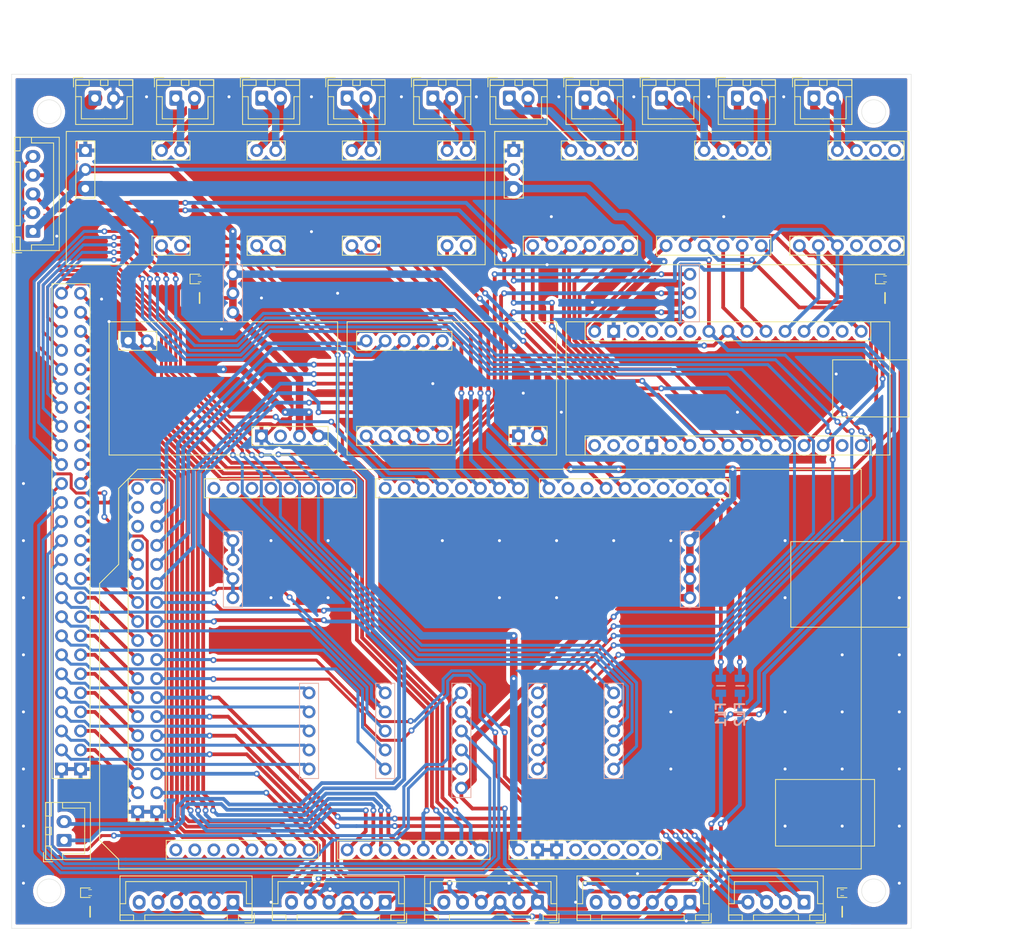
<source format=kicad_pcb>
(kicad_pcb (version 20211014) (generator pcbnew)
  (layers (0 "F.Cu" signal) (31 "B.Cu" signal) (34 "B.Paste" user) (35 "F.Paste" user) (36 "B.SilkS" user "B.Silkscreen") (37 "F.SilkS" user "F.Silkscreen") (38 "B.Mask" user) (39 "F.Mask" user) (44 "Edge.Cuts" user))
  (net 0 "")
  (net 1 "Net-(J1-Pad1)")
  (net 2 "Net-(J1-Pad2)")
  (net 3 "Net-(J2-Pad2)")
  (net 4 "Net-(J2-Pad1)")
  (net 5 "Net-(J3-Pad1)")
  (net 6 "Net-(J3-Pad2)")
  (net 7 "Net-(J4-Pad2)")
  (net 8 "Net-(J4-Pad1)")
  (net 9 "Net-(J5-Pad2)")
  (net 10 "Net-(J5-Pad1)")
  (net 11 "Net-(J6-Pad2)")
  (net 12 "Net-(J6-Pad1)")
  (net 13 "Net-(J7-Pad1)")
  (net 14 "Net-(J7-Pad2)")
  (net 15 "Net-(J8-Pad2)")
  (net 16 "Net-(J8-Pad1)")
  (net 17 "Net-(J9-Pad1)")
  (net 18 "Net-(J9-Pad2)")
  (net 19 "Net-(J12-Pad1)")
  (net 20 "Net-(J12-Pad2)")
  (net 21 "Net-(J12-Pad3)")
  (net 22 "Net-(J13-Pad1)")
  (net 23 "Net-(J13-Pad3)")
  (net 24 "+5V")
  (net 25 "GND")
  (net 26 "SDA")
  (net 27 "SCL")
  (net 28 "Net-(J14-Pad5)")
  (net 29 "Net-(J16-Pad1)")
  (net 30 "Net-(J16-Pad2)")
  (net 31 "Net-(J16-Pad3)")
  (net 32 "Net-(J16-Pad4)")
  (net 33 "Net-(J16-Pad5)")
  (net 34 "Net-(J16-Pad6)")
  (net 35 "Net-(J16-Pad7)")
  (net 36 "Net-(J16-Pad8)")
  (net 37 "Net-(J16-Pad9)")
  (net 38 "Net-(J16-Pad10)")
  (net 39 "Net-(J16-Pad11)")
  (net 40 "Net-(J16-Pad12)")
  (net 41 "+7.5V")
  (net 42 "Net-(J19-Pad1)")
  (net 43 "Net-(J19-Pad2)")
  (net 44 "Net-(J19-Pad3)")
  (net 45 "Net-(J19-Pad4)")
  (net 46 "Net-(J20-Pad1)")
  (net 47 "Net-(J20-Pad2)")
  (net 48 "Net-(J20-Pad3)")
  (net 49 "Net-(J20-Pad4)")
  (net 50 "Net-(J20-Pad5)")
  (net 51 "Net-(J20-Pad6)")
  (net 52 "Net-(J20-Pad7)")
  (net 53 "Net-(J20-Pad8)")
  (net 54 "Net-(J20-Pad9)")
  (net 55 "Net-(J20-Pad10)")
  (net 56 "Net-(J20-Pad11)")
  (net 57 "Net-(J20-Pad12)")
  (net 58 "Net-(J20-Pad13)")
  (net 59 "Net-(J21-Pad1)")
  (net 60 "Net-(J21-Pad2)")
  (net 61 "Net-(J22-Pad5)")
  (net 62 "Net-(J23-Pad5)")
  (net 63 "Net-(J25-Pad5)")
  (net 64 "Net-(J28-Pad5)")
  (net 65 "Net-(J30-Pad1)")
  (net 66 "Net-(J30-Pad2)")
  (net 67 "Net-(J30-Pad3)")
  (net 68 "Net-(J30-Pad4)")
  (net 69 "Net-(J30-Pad5)")
  (net 70 "Net-(J31-Pad1)")
  (net 71 "Net-(J31-Pad2)")
  (net 72 "Net-(J31-Pad3)")
  (net 73 "Net-(J31-Pad4)")
  (net 74 "Net-(J31-Pad5)")
  (net 75 "Net-(J32-Pad5)")
  (net 76 "Net-(J32-Pad4)")
  (net 77 "Net-(J32-Pad3)")
  (net 78 "Net-(J32-Pad2)")
  (net 79 "Net-(J32-Pad1)")
  (net 80 "Net-(J36-Pad1)")
  (net 81 "Net-(J36-Pad2)")
  (net 82 "Net-(J36-Pad3)")
  (net 83 "Net-(J36-Pad4)")
  (net 84 "Net-(J36-Pad5)")
  (net 85 "Net-(J37-Pad5)")
  (net 86 "Net-(J37-Pad4)")
  (net 87 "Net-(J37-Pad3)")
  (net 88 "Net-(J37-Pad2)")
  (net 89 "Net-(J37-Pad1)")
  (net 90 "Net-(U2-Pad5)")
  (net 91 "Net-(U2-Pad6)")
  (net 92 "Net-(U2-Pad7)")
  (net 93 "Net-(U2-Pad8)")
  (net 94 "Net-(U2-Pad9)")
  (net 95 "Net-(U2-Pad10)")
  (net 96 "Net-(U2-Pad11)")
  (net 97 "Net-(U2-Pad12)")
  (net 98 "Net-(U2-Pad13)")
  (net 99 "Net-(U2-Pad15)")
  (net 100 "Net-(U2-Pad24)")
  (net 101 "Net-(U2-Pad25)")
  (net 102 "Net-(U2-Pad30)")
  (net 103 "Net-(U4-Pad3)")
  (net 104 "Net-(U4-Pad4)")
  (net 105 "Net-(U4-Pad5)")
  (net 106 "Net-(U4-Pad6)")
  (net 107 "Net-(U4-Pad7)")
  (net 108 "Net-(U4-Pad8)")
  (net 109 "Net-(U4-Pad9)")
  (net 110 "Net-(U4-Pad10)")
  (net 111 "Net-(U5-Pad2)")
  (net 112 "Net-(U5-Pad3)")
  (net 113 "Net-(U5-Pad4)")
  (net 114 "Net-(U5-Pad5)")
  (net 115 "Net-(U5-Pad6)")
  (net 116 "Net-(LED1-Pad1)")
  (net 117 "Net-(LED2-Pad1)")
  (net 118 "Net-(LED3-Pad1)")
  (net 119 "Net-(LED4-Pad1)")
  (net 120 "Net-(FL1-Pad1)")
  (net 121 "Net-(FL2-Pad1)")
  (net 122 "Net-(R5-Pad1)")
  (net 123 "Net-(R6-Pad1)")
  (net 124 "Net-(U2-Pad26)")
  (net 125 "Net-(U2-Pad27)")
  (footprint "Connector_PinHeader_2.54mm:PinHeader_1x12_P2.54mm_Vertical" (layer "F.Cu") (at 24.2 72.16 180)
    (fp_text reference "J16")
    (fp_text value "Conn_01x12_Male")
  )
  (footprint "Connector_PinHeader_2.54mm:PinHeader_1x13_P2.54mm_Vertical" (layer "F.Cu") (at 24.2 74.7)
    (fp_text reference "J20")
    (fp_text value "Conn_01x13_Male")
  )
  (footprint "Connector_JST:JST_XH_B2B-XH-A_1x02_P2.50mm_Vertical" (layer "F.Cu") (at 81.39 18.185)
    (fp_text reference "J1")
    (fp_text value "Conn_01x02_Male")
  )
  (footprint "Connector_JST:JST_XH_B2B-XH-A_1x02_P2.50mm_Vertical" (layer "F.Cu") (at 91.51 18.185)
    (fp_text reference "J2")
    (fp_text value "Conn_01x02_Male")
  )
  (footprint "Connector_JST:JST_XH_B2B-XH-A_1x02_P2.50mm_Vertical" (layer "F.Cu") (at 101.71 18.185)
    (fp_text reference "J3")
    (fp_text value "Conn_01x02_Male")
  )
  (footprint "Connector_JST:JST_XH_B2B-XH-A_1x02_P2.50mm_Vertical" (layer "F.Cu") (at 111.83 18.185)
    (fp_text reference "J4")
    (fp_text value "Conn_01x02_Male")
  )
  (footprint "Connector_JST:JST_XH_B2B-XH-A_1x02_P2.50mm_Vertical" (layer "F.Cu") (at 122.03 18.185)
    (fp_text reference "J5")
    (fp_text value "Conn_01x02_Male")
  )
  (footprint "Connector_JST:JST_XH_B2B-XH-A_1x02_P2.50mm_Vertical" (layer "F.Cu") (at 36.9 18.185)
    (fp_text reference "J6")
    (fp_text value "Conn_01x02_Male")
  )
  (footprint "Connector_JST:JST_XH_B2B-XH-A_1x02_P2.50mm_Vertical" (layer "F.Cu") (at 48.37 18.185)
    (fp_text reference "J7")
    (fp_text value "Conn_01x02_Male")
  )
  (footprint "Connector_JST:JST_XH_B2B-XH-A_1x02_P2.50mm_Vertical" (layer "F.Cu") (at 59.76 18.185)
    (fp_text reference "J8")
    (fp_text value "Conn_01x02_Male")
  )
  (footprint "Connector_JST:JST_XH_B2B-XH-A_1x02_P2.50mm_Vertical" (layer "F.Cu") (at 71.19 18.185)
    (fp_text reference "J9")
    (fp_text value "Conn_01x02_Male")
  )
  (footprint "Connector_JST:JST_XH_B5B-XH-A_1x05_P2.50mm_Vertical" (layer "F.Cu") (at 17.85 35.965 90)
    (fp_text reference "J14")
    (fp_text value "Conn_01x05_Male")
  )
  (footprint "Connector_JST:JST_XH_B2B-XH-A_1x02_P2.50mm_Vertical" (layer "F.Cu") (at 26.105 18.185)
    (fp_text reference "J17")
    (fp_text value "Conn_01x02_Male")
  )
  (footprint "Connector_JST:JST_XH_B4B-XH-A_1x04_P2.50mm_Vertical" (layer "F.Cu") (at 120.72 125.5 180)
    (fp_text reference "J19")
    (fp_text value "Conn_01x04_Female")
  )
  (footprint "Connector_JST:JST_XH_B2B-XH-A_1x02_P2.50mm_Vertical" (layer "F.Cu") (at 22 117.245 90)
    (fp_text reference "J21")
    (fp_text value "Conn_01x02_Male")
  )
  (footprint "Connector_JST:JST_XH_B6B-XH-A_1x06_P2.50mm_Vertical" (layer "F.Cu") (at 44.52 125.5 180)
    (fp_text reference "J22")
    (fp_text value "Conn_01x06_Female")
  )
  (footprint "Connector_JST:JST_XH_B6B-XH-A_1x06_P2.50mm_Vertical" (layer "F.Cu") (at 64.84 125.5 180)
    (fp_text reference "J23")
    (fp_text value "Conn_01x06_Female")
  )
  (footprint "Connector_JST:JST_XH_B6B-XH-A_1x06_P2.50mm_Vertical" (layer "F.Cu") (at 85.16 125.5 180)
    (fp_text reference "J25")
    (fp_text value "Conn_01x06_Female")
  )
  (footprint "Connector_JST:JST_XH_B6B-XH-A_1x06_P2.50mm_Vertical" (layer "F.Cu") (at 105.48 125.5 180)
    (fp_text reference "J28")
    (fp_text value "Conn_01x06_Female")
  )
  (footprint "Connector_PinHeader_2.54mm:PinHeader_1x05_P2.54mm_Vertical" (layer "F.Cu") (at 21.66 105.18 180)
    (fp_text reference "J33")
    (fp_text value "Conn_01x05_Female")
  )
  (footprint "Connector_PinHeader_2.54mm:PinHeader_1x05_P2.54mm_Vertical" (layer "F.Cu") (at 21.66 92.48 180)
    (fp_text reference "J34")
    (fp_text value "Conn_01x05_Female")
  )
  (footprint "Connector_PinHeader_2.54mm:PinHeader_1x05_P2.54mm_Vertical" (layer "F.Cu") (at 21.66 79.78 180)
    (fp_text reference "J35")
    (fp_text value "Conn_01x05_Female")
  )
  (footprint "Connector_PinHeader_2.54mm:PinHeader_1x05_P2.54mm_Vertical" (layer "F.Cu") (at 21.66 67.08 180)
    (fp_text reference "J38")
    (fp_text value "Conn_01x05_Female")
  )
  (footprint "Connector_PinHeader_2.54mm:PinHeader_1x05_P2.54mm_Vertical" (layer "F.Cu") (at 21.66 54.38 180)
    (fp_text reference "J39")
    (fp_text value "Conn_01x05_Female")
  )
  (footprint "PCMOKL5V6A:PCMOKL5V6A" (layer "F.Cu") (at 43.25 56.92)
    (fp_text reference "U1")
    (fp_text value "PCMOKL5V6A")
  )
  (footprint "Arduino_nano_r:Arduino_nano_r" (layer "F.Cu") (at 110.56 56.92 90)
    (fp_text reference "U2")
    (fp_text value "Arduino_nano_r")
  )
  (footprint "MDM67H4504CH:MDM67H4504CH" (layer "F.Cu") (at 50.235 31.52)
    (fp_text reference "U4")
    (fp_text value "MDM67H4504CH")
  )
  (footprint "LDM46165CH:LDM46165CH" (layer "F.Cu") (at 73.73 56.92 180)
    (fp_text reference "U5")
    (fp_text value "LDM46165CH")
  )
  (footprint "MDM66126CH:MDM66126CH" (layer "F.Cu") (at 107.385 31.52)
    (fp_text reference "U3")
    (fp_text value "MDM66126CH")
  )
  (footprint "Arduino_maga:Arduino_mega" (layer "F.Cu") (at 128.34 121.055 180)
    (fp_text reference "U6")
    (fp_text value "Arduino_maga")
  )
  (footprint "Connector_PinHeader_2.54mm:PinHeader_1x02_P2.54mm_Vertical" (layer "F.Cu") (at 21.66 107.72 90)
    (fp_text reference "J18")
    (fp_text value "Conn_01x02_Male")
  )
  (footprint "SamacSys_Parts:OSXX0603C1E" (layer "F.Cu") (at 40.075 42.315)
    (fp_text reference "LED1")
    (fp_text value "OSXX0603C1E" hide)
  )
  (footprint "SamacSys_Parts:OSXX0603C1E" (layer "F.Cu") (at 25.47 124.23)
    (fp_text reference "LED2")
    (fp_text value "OSXX0603C1E" hide)
  )
  (footprint "SamacSys_Parts:OSXX0603C1E" (layer "F.Cu") (at 125.8 124.23)
    (fp_text reference "LED3")
    (fp_text value "OSXX0603C1E" hide)
  )
  (footprint "SamacSys_Parts:OSXX0603C1E" (layer "F.Cu") (at 131.515 42.315)
    (fp_text reference "LED4")
    (fp_text value "OSXX0603C1E" hide)
  )
  (footprint "SamacSys_Parts:RESC3216X70N" (layer "F.Cu") (at 40.075 44.855 180)
    (fp_text reference "R1")
    (fp_text value "RK73B2BTTD221J" hide)
  )
  (footprint "SamacSys_Parts:RESC3216X70N" (layer "F.Cu") (at 25.47 126.77 180)
    (fp_text reference "R2")
    (fp_text value "RK73B2BTTD221J" hide)
  )
  (footprint "SamacSys_Parts:RESC3216X70N" (layer "F.Cu") (at 125.8 126.77 180)
    (fp_text reference "R3")
    (fp_text value "RK73B2BTTD221J" hide)
  )
  (footprint "SamacSys_Parts:RESC3216X70N" (layer "F.Cu") (at 131.515 44.855 180)
    (fp_text reference "R4")
    (fp_text value "RK73B2BTTD221J" hide)
  )
  (footprint "Connector_PinSocket_2.54mm:PinSocket_1x03_P2.54mm_Vertical" (layer "B.Cu") (at 44.52 41.68 180)
    (fp_text reference "J10")
    (fp_text value "Conn_01x03_Male")
  )
  (footprint "Connector_PinSocket_2.54mm:PinSocket_1x04_P2.54mm_Vertical" (layer "B.Cu") (at 105.48 84.86)
    (fp_text reference "J11")
    (fp_text value "Conn_01x04_Male")
  )
  (footprint "Connector_PinSocket_2.54mm:PinSocket_1x03_P2.54mm_Vertical" (layer "B.Cu") (at 105.48 41.68 180)
    (fp_text reference "J12")
    (fp_text value "Conn_01x03_Male")
  )
  (footprint "Connector_PinSocket_2.54mm:PinSocket_1x04_P2.54mm_Vertical" (layer "B.Cu") (at 44.52 77.24 180)
    (fp_text reference "J13")
    (fp_text value "Conn_01x04_Male")
  )
  (footprint "Connector_PinSocket_2.54mm:PinSocket_1x01_P2.54mm_Vertical" (layer "B.Cu") (at 75 110.26 180)
    (fp_text reference "J15")
    (fp_text value "Conn_01x01_Male")
  )
  (footprint "Connector_PinSocket_2.54mm:PinSocket_1x05_P2.54mm_Vertical" (layer "B.Cu") (at 54.68 107.72)
    (fp_text reference "J30")
    (fp_text value "Conn_01x05_Male")
  )
  (footprint "Connector_PinSocket_2.54mm:PinSocket_1x05_P2.54mm_Vertical" (layer "B.Cu") (at 64.84 107.72)
    (fp_text reference "J31")
    (fp_text value "Conn_01x05_Male")
  )
  (footprint "Connector_PinSocket_2.54mm:PinSocket_1x05_P2.54mm_Vertical" (layer "B.Cu") (at 75 107.72)
    (fp_text reference "J32")
    (fp_text value "Conn_01x05_Male")
  )
  (footprint "Connector_PinSocket_2.54mm:PinSocket_1x05_P2.54mm_Vertical" (layer "B.Cu") (at 85.16 107.72)
    (fp_text reference "J36")
    (fp_text value "Conn_01x05_Male")
  )
  (footprint "Connector_PinSocket_2.54mm:PinSocket_1x05_P2.54mm_Vertical" (layer "B.Cu") (at 95.32 107.72)
    (fp_text reference "J37")
    (fp_text value "Conn_01x05_Male")
  )
  (footprint "SamacSys_Parts:BLM18AG102BH1D" (layer "B.Cu") (at 109.615 100.465 -90)
    (fp_text reference "FL1")
    (fp_text value "BLM18PG600SN1D" hide)
  )
  (footprint "SamacSys_Parts:BLM18AG102BH1D" (layer "B.Cu") (at 112.155 100.425 -90)
    (fp_text reference "FL2")
    (fp_text value "BLM18PG600SN1D" hide)
  )
  (footprint "SamacSys_Parts:RESC2012X60N" (layer "B.Cu") (at 109.615 96.615 -90)
    (fp_text reference "R5")
    (fp_text value "RK73B2ATTD103J" hide)
  )
  (footprint "SamacSys_Parts:RESC2012X60N" (layer "B.Cu") (at 112.155 96.615 -90)
    (fp_text reference "R6")
    (fp_text value "RK73B2ATTD103J" hide)
  )
  (gr_line (start 55.95 96.29) (end 53.41 96.29) (layer "B.SilkS") (width 0.12))
  (gr_line (start 66.11 96.29) (end 63.57 96.29) (layer "B.SilkS") (width 0.12))
  (gr_line (start 76.27 96.29) (end 73.73 96.29) (layer "B.SilkS") (width 0.12))
  (gr_line (start 86.43 96.29) (end 83.89 96.29) (layer "B.SilkS") (width 0.12))
  (gr_line (start 96.59 96.29) (end 94.05 96.29) (layer "B.SilkS") (width 0.12))
  (gr_line (start 106.75 75.97) (end 104.21 75.97) (layer "B.SilkS") (width 0.12))
  (gr_line (start 45.79 75.97) (end 43.25 75.97) (layer "B.SilkS") (width 0.12))
  (gr_line (start 106.75 40.41) (end 104.21 40.41) (layer "B.SilkS") (width 0.12))
  (gr_line (start 45.79 40.41) (end 43.25 40.41) (layer "B.SilkS") (width 0.12))
  (gr_line (start 45.79 48.03) (end 45.79 40.41) (layer "B.SilkS") (width 0.12))
  (gr_line (start 106.75 48.03) (end 106.75 40.41) (layer "B.SilkS") (width 0.12))
  (gr_line (start 96.59 108.99) (end 96.59 96.29) (layer "B.SilkS") (width 0.12))
  (gr_line (start 63.57 96.29) (end 63.57 108.99) (layer "B.SilkS") (width 0.12))
  (gr_line (start 43.25 40.41) (end 43.25 48.03) (layer "B.SilkS") (width 0.12))
  (gr_line (start 104.21 75.97) (end 104.21 86.13) (layer "B.SilkS") (width 0.12))
  (gr_line (start 83.89 108.99) (end 86.43 108.99) (layer "B.SilkS") (width 0.12))
  (gr_line (start 94.05 108.99) (end 96.59 108.99) (layer "B.SilkS") (width 0.12))
  (gr_line (start 73.73 111.53) (end 76.27 111.53) (layer "B.SilkS") (width 0.12))
  (gr_line (start 53.41 96.29) (end 53.41 108.99) (layer "B.SilkS") (width 0.12))
  (gr_line (start 45.79 86.13) (end 45.79 75.97) (layer "B.SilkS") (width 0.12))
  (gr_line (start 86.43 108.99) (end 86.43 96.29) (layer "B.SilkS") (width 0.12))
  (gr_line (start 83.89 96.29) (end 83.89 108.99) (layer "B.SilkS") (width 0.12))
  (gr_line (start 63.57 108.99) (end 66.11 108.99) (layer "B.SilkS") (width 0.12))
  (gr_line (start 104.21 86.13) (end 106.75 86.13) (layer "B.SilkS") (width 0.12))
  (gr_line (start 104.21 48.03) (end 106.75 48.03) (layer "B.SilkS") (width 0.12))
  (gr_line (start 55.95 108.99) (end 55.95 96.29) (layer "B.SilkS") (width 0.12))
  (gr_line (start 43.25 75.97) (end 43.25 86.13) (layer "B.SilkS") (width 0.12))
  (gr_line (start 94.05 96.29) (end 94.05 108.99) (layer "B.SilkS") (width 0.12))
  (gr_line (start 53.41 108.99) (end 55.95 108.99) (layer "B.SilkS") (width 0.12))
  (gr_line (start 104.21 40.41) (end 104.21 48.03) (layer "B.SilkS") (width 0.12))
  (gr_line (start 106.75 86.13) (end 106.75 75.97) (layer "B.SilkS") (width 0.12))
  (gr_line (start 76.27 111.53) (end 76.27 96.29) (layer "B.SilkS") (width 0.12))
  (gr_line (start 66.11 108.99) (end 66.11 96.29) (layer "B.SilkS") (width 0.12))
  (gr_line (start 43.25 86.13) (end 45.79 86.13) (layer "B.SilkS") (width 0.12))
  (gr_line (start 43.25 48.03) (end 45.79 48.03) (layer "B.SilkS") (width 0.12))
  (gr_line (start 73.73 96.29) (end 73.73 111.53) (layer "B.SilkS") (width 0.12))
  (gr_line (start 20.39 108.99) (end 20.39 42.95) (layer "F.SilkS") (width 0.12))
  (gr_line (start 24.2 124.865) (end 24.2 123.595) (layer "F.SilkS") (width 0.12))
  (gr_line (start 38.805 41.68) (end 40.075 41.68) (layer "F.SilkS") (width 0.12))
  (gr_line (start 25.47 124.865) (end 24.2 124.865) (layer "F.SilkS") (width 0.12))
  (gr_line (start 126.435 124.865) (end 125.165 124.865) (layer "F.SilkS") (width 0.12))
  (gr_line (start 20.39 42.95) (end 25.47 42.95) (layer "F.SilkS") (width 0.12))
  (gr_line (start 38.805 42.95) (end 38.805 41.68) (layer "F.SilkS") (width 0.12))
  (gr_line (start 25.47 108.99) (end 20.39 108.99) (layer "F.SilkS") (width 0.12))
  (gr_line (start 130.245 42.95) (end 131.515 42.95) (layer "F.SilkS") (width 0.12))
  (gr_line (start 25.47 42.95) (end 25.47 108.99) (layer "F.SilkS") (width 0.12))
  (gr_line (start 125.165 123.595) (end 126.435 123.595) (layer "F.SilkS") (width 0.12))
  (gr_line (start 125.165 124.865) (end 125.165 123.595) (layer "F.SilkS") (width 0.12))
  (gr_line (start 24.2 123.595) (end 25.47 123.595) (layer "F.SilkS") (width 0.12))
  (gr_line (start 130.245 41.68) (end 130.245 42.95) (layer "F.SilkS") (width 0.12))
  (gr_line (start 131.515 41.68) (end 130.245 41.68) (layer "F.SilkS") (width 0.12))
  (gr_line (start 40.075 42.95) (end 38.805 42.95) (layer "F.SilkS") (width 0.12))
  (gr_line (start 135 129) (end 135 15) (layer "Edge.Cuts") (width 0.05))
  (gr_circle (center 20 20) (end 20 18.4) (layer "Edge.Cuts") (width 0.05) (fill none))
  (gr_line (start 15 15) (end 15 129) (layer "Edge.Cuts") (width 0.05))
  (gr_circle (center 130 124) (end 130 122.4) (layer "Edge.Cuts") (width 0.05) (fill none))
  (gr_line (start 15 129) (end 135 129) (layer "Edge.Cuts") (width 0.05))
  (gr_circle (center 130 20) (end 130 18.4) (layer "Edge.Cuts") (width 0.05) (fill none))
  (gr_line (start 15 15) (end 135 15) (layer "Edge.Cuts") (width 0.05))
  (gr_circle (center 20 124) (end 20 122.4) (layer "Edge.Cuts") (width 0.05) (fill none))
  (segment (start 83.09001 19.88501) (end 81.39 18.185) (width 1) (layer "B.Cu") (net 1))
  (segment (start 86.86001 19.88501) (end 83.09001 19.88501) (width 1) (layer "B.Cu") (net 1))
  (segment (start 92.145 25.17) (end 86.86001 19.88501) (width 1) (layer "B.Cu") (net 1))
  (segment (start 83.89 18.185) (end 83.89 19.455) (width 1) (layer "F.Cu") (net 2))
  (segment (start 83.89 19.455) (end 89.605 25.17) (width 1) (layer "F.Cu") (net 2))
  (segment (start 97.225 25.17) (end 97.225 21.4) (width 1) (layer "B.Cu") (net 3))
  (segment (start 97.225 21.4) (end 94.01 18.185) (width 1) (layer "B.Cu") (net 3))
  (segment (start 91.51 21.995) (end 94.685 25.17) (width 1) (layer "F.Cu") (net 4))
  (segment (start 91.51 18.185) (end 91.51 21.995) (width 1) (layer "F.Cu") (net 4))
  (segment (start 101.71 18.185) (end 103.41001 19.88501) (width 1) (layer "F.Cu") (net 5))
  (segment (start 104.64001 19.88501) (end 109.925 25.17) (width 1) (layer "F.Cu") (net 5))
  (segment (start 103.41001 19.88501) (end 104.64001 19.88501) (width 1) (layer "F.Cu") (net 5))
  (segment (start 107.385 25.17) (end 107.385 21.36) (width 1) (layer "B.Cu") (net 6))
  (segment (start 107.385 21.36) (end 104.21 18.185) (width 1) (layer "B.Cu") (net 6))
  (segment (start 115.005 18.86) (end 114.33 18.185) (width 1) (layer "B.Cu") (net 7))
  (segment (start 115.005 25.17) (end 115.005 18.86) (width 1) (layer "B.Cu") (net 7))
  (segment (start 111.83 24.535) (end 112.465 25.17) (width 1) (layer "F.Cu") (net 8))
  (segment (start 111.83 18.185) (end 111.83 24.535) (width 1) (layer "F.Cu") (net 8))
  (segment (start 125.165 18.82) (end 124.53 18.185) (width 1) (layer "B.Cu") (net 9))
  (segment (start 125.165 25.17) (end 125.165 18.82) (width 1) (layer "B.Cu") (net 9))
  (segment (start 122.03 18.185) (end 122.03 19.495) (width 1) (layer "F.Cu") (net 10))
  (segment (start 122.03 19.495) (end 127.705 25.17) (width 1) (layer "F.Cu") (net 10))
  (segment (start 39.4 20.765) (end 39.4 18.185) (width 1) (layer "F.Cu") (net 11))
  (segment (start 34.995 25.17) (end 39.4 20.765) (width 1) (layer "F.Cu") (net 11))
  (segment (start 37.535 25.17) (end 37.535 18.82) (width 1) (layer "B.Cu") (net 12))
  (segment (start 37.535 18.82) (end 36.9 18.185) (width 1) (layer "B.Cu") (net 12))
  (segment (start 50.235 25.17) (end 50.235 20.05) (width 1) (layer "B.Cu") (net 13))
  (segment (start 50.235 20.05) (end 48.37 18.185) (width 1) (layer "B.Cu") (net 13))
  (segment (start 50.87 21.995) (end 50.87 18.185) (width 1) (layer "F.Cu") (net 14))
  (segment (start 47.695 25.17) (end 50.87 21.995) (width 1) (layer "F.Cu") (net 14))
  (segment (start 60.395 25.17) (end 62.26 23.305) (width 1) (layer "F.Cu") (net 15))
  (segment (start 62.26 23.305) (end 62.26 18.185) (width 1) (layer "F.Cu") (net 15))
  (segment (start 62.935 25.17) (end 62.935 21.36) (width 1) (layer "B.Cu") (net 16))
  (segment (start 62.935 21.36) (end 59.76 18.185) (width 1) (layer "B.Cu") (net 16))
  (segment (start 75.635 25.17) (end 75.635 22.63) (width 1) (layer "B.Cu") (net 17))
  (segment (start 75.635 22.63) (end 71.19 18.185) (width 1) (layer "B.Cu") (net 17))
  (segment (start 73.095 25.17) (end 73.095 18.78) (width 1) (layer "F.Cu") (net 18))
  (segment (start 73.095 18.78) (end 73.69 18.185) (width 1) (layer "F.Cu") (net 18))
  (segment (start 101.67 41.68) (end 105.48 41.68) (width 0.5) (layer "F.Cu") (net 19))
  (segment (start 68.680001 64.570001) (end 73.084001 64.570001) (width 0.5) (layer "F.Cu") (net 19))
  (segment (start 79.445 42.245685) (end 79.445 41.68) (width 0.5) (layer "F.Cu") (net 19))
  (segment (start 79.445001 58.209001) (end 79.445 42.245685) (width 0.5) (layer "F.Cu") (net 19))
  (segment (start 67.38 63.27) (end 68.680001 64.570001) (width 0.5) (layer "F.Cu") (net 19))
  (segment (start 73.084001 64.570001) (end 79.445001 58.209001) (width 0.5) (layer "F.Cu") (net 19))
  (via (at 101.67 41.68) (size 0.8) (drill 0.4) (layers "F.Cu" "B.Cu") (net 19))
  (via (at 79.445 41.68) (size 0.8) (drill 0.4) (layers "F.Cu" "B.Cu") (net 19))
  (segment (start 79.445 41.68) (end 101.67 41.68) (width 0.5) (layer "B.Cu") (net 19))
  (segment (start 64.84 63.27) (end 66.840011 65.270011) (width 0.5) (layer "F.Cu") (net 20))
  (segment (start 66.840011 65.270011) (end 73.373954 65.270011) (width 0.5) (layer "F.Cu") (net 20))
  (segment (start 80.295001 44.639999) (end 80.715 44.22) (width 0.5) (layer "F.Cu") (net 20))
  (segment (start 80.295001 58.348964) (end 80.295001 44.639999) (width 0.5) (layer "F.Cu") (net 20))
  (segment (start 73.373954 65.270011) (end 80.295001 58.348964) (width 0.5) (layer "F.Cu") (net 20))
  (segment (start 101.67 44.22) (end 105.48 44.22) (width 0.5) (layer "F.Cu") (net 20))
  (via (at 101.67 44.22) (size 0.8) (drill 0.4) (layers "F.Cu" "B.Cu") (net 20))
  (via (at 80.715 44.22) (size 0.8) (drill 0.4) (layers "F.Cu" "B.Cu") (net 20))
  (segment (start 80.715 44.22) (end 101.67 44.22) (width 0.5) (layer "B.Cu") (net 20))
  (segment (start 80.995011 58.638917) (end 80.995011 47.749989) (width 0.5) (layer "F.Cu") (net 21))
  (segment (start 62.3 63.27) (end 65.000021 65.970021) (width 0.5) (layer "F.Cu") (net 21))
  (segment (start 73.663907 65.970021) (end 80.995011 58.638917) (width 0.5) (layer "F.Cu") (net 21))
  (segment (start 65.000021 65.970021) (end 73.663907 65.970021) (width 0.5) (layer "F.Cu") (net 21))
  (segment (start 101.67 46.76) (end 105.48 46.76) (width 0.5) (layer "F.Cu") (net 21))
  (segment (start 80.995011 47.749989) (end 81.985 46.76) (width 0.5) (layer "F.Cu") (net 21))
  (via (at 81.985 46.76) (size 0.8) (drill 0.4) (layers "F.Cu" "B.Cu") (net 21))
  (via (at 101.67 46.76) (size 0.8) (drill 0.4) (layers "F.Cu" "B.Cu") (net 21))
  (segment (start 81.985 46.76) (end 101.67 46.76) (width 0.5) (layer "B.Cu") (net 21))
  (segment (start 54.68 58.825) (end 68.015 58.825) (width 0.5) (layer "F.Cu") (net 22))
  (segment (start 68.015 58.825) (end 72.46 63.27) (width 0.5) (layer "F.Cu") (net 22))
  (via (at 54.68 58.825) (size 0.8) (drill 0.4) (layers "F.Cu" "B.Cu") (net 22))
  (segment (start 40.679999 73.399999) (end 44.52 77.24) (width 0.5) (layer "B.Cu") (net 22))
  (segment (start 44.52 79.78) (end 44.52 77.24) (width 0.5) (layer "B.Cu") (net 22))
  (segment (start 40.679999 68.409999) (end 40.679999 73.399999) (width 0.5) (layer "B.Cu") (net 22))
  (segment (start 50.264998 58.825) (end 40.679999 68.409999) (width 0.5) (layer "B.Cu") (net 22))
  (segment (start 54.68 58.825) (end 50.264998 58.825) (width 0.5) (layer "B.Cu") (net 22))
  (segment (start 66.745 60.095) (end 69.92 63.27) (width 0.5) (layer "F.Cu") (net 23))
  (segment (start 55.95 60.095) (end 66.745 60.095) (width 0.5) (layer "F.Cu") (net 23))
  (via (at 55.95 60.095) (size 0.8) (drill 0.4) (layers "F.Cu" "B.Cu") (net 23))
  (segment (start 54.668002 57.555) (end 50.545035 57.555) (width 0.5) (layer "B.Cu") (net 23))
  (segment (start 39.979989 77.779989) (end 44.52 82.32) (width 0.5) (layer "B.Cu") (net 23))
  (segment (start 50.545035 57.555) (end 39.979989 68.120046) (width 0.5) (layer "B.Cu") (net 23))
  (segment (start 55.95 60.095) (end 55.95 58.836998) (width 0.5) (layer "B.Cu") (net 23))
  (segment (start 55.95 58.836998) (end 54.668002 57.555) (width 0.5) (layer "B.Cu") (net 23))
  (segment (start 39.979989 68.120046) (end 39.979989 77.779989) (width 0.5) (layer "B.Cu") (net 23))
  (segment (start 44.52 84.86) (end 44.52 82.32) (width 0.5) (layer "B.Cu") (net 23))
  (segment (start 65.475 125.5) (end 66.11 124.865) (width 0.5) (layer "F.Cu") (net 24))
  (segment (start 95.565998 84.86) (end 76.550001 103.875997) (width 1) (layer "F.Cu") (net 24))
  (segment (start 132.569999 45.350001) (end 132.569999 62.234003) (width 0.5) (layer "F.Cu") (net 24))
  (segment (start 36.265 27.71) (end 44.52 35.965) (width 1) (layer "F.Cu") (net 24))
  (segment (start 105.48 125.5) (end 108.100001 128.120001) (width 0.5) (layer "F.Cu") (net 24))
  (segment (start 83.73499 126.92501) (end 85.16 125.5) (width 0.5) (layer "F.Cu") (net 24))
  (segment (start 111.195 67.715) (end 95.955 67.715) (width 1) (layer "F.Cu") (net 24))
  (segment (start 63.41499 126.92501) (end 64.84 125.5) (width 0.5) (layer "F.Cu") (net 24))
  (segment (start 76.550001 103.875997) (end 76.550001 109.130001) (width 1) (layer "F.Cu") (net 24))
  (segment (start 43.885 44.855) (end 44.52 44.22) (width 0.5) (layer "F.Cu") (net 24))
  (segment (start 53.41 55.65) (end 44.52 46.76) (width 1) (layer "F.Cu") (net 24))
  (segment (start 71.98001 126.92501) (end 83.73499 126.92501) (width 0.5) (layer "F.Cu") (net 24))
  (segment (start 105.48 77.24) (end 105.48 84.86) (width 1) (layer "F.Cu") (net 24))
  (segment (start 108.100001 128.120001) (end 125.999999 128.120001) (width 0.5) (layer "F.Cu") (net 24))
  (segment (start 75 110.26) (end 75 111.53) (width 0.5) (layer "F.Cu") (net 24))
  (segment (start 43.09499 126.92501) (end 44.52 125.5) (width 0.5) (layer "F.Cu") (net 24))
  (segment (start 85.16 54.38) (end 81.985 51.205) (width 1) (layer "F.Cu") (net 24))
  (segment (start 44.52 125.5) (end 45.94501 126.92501) (width 0.5) (layer "F.Cu") (net 24))
  (segment (start 27.17501 126.92501) (end 43.09499 126.92501) (width 0.5) (layer "F.Cu") (net 24))
  (segment (start 45.94501 126.92501) (end 63.41499 126.92501) (width 0.5) (layer "F.Cu") (net 24))
  (segment (start 127.089002 67.715) (end 111.195 67.715) (width 0.5) (layer "F.Cu") (net 24))
  (segment (start 53.41 63.27) (end 53.41 55.65) (width 1) (layer "F.Cu") (net 24))
  (segment (start 75.420002 110.26) (end 75 110.26) (width 1) (layer "F.Cu") (net 24))
  (segment (start 133.065 44.855) (end 132.569999 45.350001) (width 0.5) (layer "F.Cu") (net 24))
  (segment (start 105.48 84.86) (end 95.565998 84.86) (width 1) (layer "F.Cu") (net 24))
  (segment (start 132.569999 62.234003) (end 127.089002 67.715) (width 0.5) (layer "F.Cu") (net 24))
  (segment (start 76.468 112.998) (end 80.790021 112.998) (width 0.5) (layer "F.Cu") (net 24))
  (segment (start 44.52 46.76) (end 44.52 41.68) (width 1) (layer "F.Cu") (net 24))
  (segment (start 66.11 124.865) (end 69.92 124.865) (width 0.5) (layer "F.Cu") (net 24))
  (segment (start 24.835 27.71) (end 36.265 27.71) (width 1) (layer "F.Cu") (net 24))
  (segment (start 76.550001 109.130001) (end 75.420002 110.26) (width 1) (layer "F.Cu") (net 24))
  (segment (start 89.605 67.715) (end 85.16 63.27) (width 1) (layer "F.Cu") (net 24))
  (segment (start 41.625 44.855) (end 43.885 44.855) (width 0.5) (layer "F.Cu") (net 24))
  (segment (start 69.92 124.865) (end 71.98001 126.92501) (width 0.5) (layer "F.Cu") (net 24))
  (segment (start 125.999999 128.120001) (end 127.35 126.77) (width 0.5) (layer "F.Cu") (net 24))
  (segment (start 85.16 63.27) (end 85.16 54.38) (width 1) (layer "F.Cu") (net 24))
  (segment (start 27.02 126.77) (end 27.17501 126.92501) (width 0.5) (layer "F.Cu") (net 24))
  (segment (start 75 111.53) (end 76.468 112.998) (width 0.5) (layer "F.Cu") (net 24))
  (segment (start 64.84 125.5) (end 65.475 125.5) (width 0.5) (layer "F.Cu") (net 24))
  (via (at 81.985 51.205) (size 0.8) (drill 0.4) (layers "F.Cu" "B.Cu") (net 24))
  (via (at 89.605 67.715) (size 0.8) (drill 0.4) (layers "F.Cu" "B.Cu") (net 24))
  (via (at 80.790021 112.998) (size 0.8) (drill 0.4) (layers "F.Cu" "B.Cu") (net 24))
  (via (at 95.955 67.715) (size 0.8) (drill 0.4) (layers "F.Cu" "B.Cu") (net 24))
  (via (at 44.52 35.965) (size 0.8) (drill 0.4) (layers "F.Cu" "B.Cu") (net 24))
  (via (at 111.195 67.715) (size 0.8) (drill 0.4) (layers "F.Cu" "B.Cu") (net 24))
  (segment (start 80.786 113.002021) (end 80.790021 112.998) (width 0.5) (layer "B.Cu") (net 24))
  (segment (start 24.835 27.71) (end 81.985 27.71) (width 0.5) (layer "B.Cu") (net 24))
  (segment (start 72.46 41.68) (end 44.52 41.68) (width 1) (layer "B.Cu") (net 24))
  (segment (start 85.16 125.5) (end 85.16 124.738) (width 0.5) (layer "B.Cu") (net 24))
  (segment (start 86.58501 126.92501) (end 104.05499 126.92501) (width 0.5) (layer "B.Cu") (net 24))
  (segment (start 80.786 120.364) (end 80.786 113.002021) (width 0.5) (layer "B.Cu") (net 24))
  (segment (start 85.16 125.5) (end 86.58501 126.92501) (width 0.5) (layer "B.Cu") (net 24))
  (segment (start 95.955 67.715) (end 89.605 67.715) (width 1) (layer "B.Cu") (net 24))
  (segment (start 104.05499 126.92501) (end 105.48 125.5) (width 0.5) (layer "B.Cu") (net 24))
  (segment (start 23.13499 29.41001) (end 23.13499 30.68001) (width 1) (layer "B.Cu") (net 24))
  (segment (start 111.195 71.525) (end 105.48 77.24) (width 1) (layer "B.Cu") (net 24))
  (segment (start 24.835 27.71) (end 23.13499 29.41001) (width 1) (layer "B.Cu") (net 24))
  (segment (start 23.13499 30.68001) (end 17.85 35.965) (width 1) (layer "B.Cu") (net 24))
  (segment (start 85.16 124.738) (end 80.786 120.364) (width 0.5) (layer "B.Cu") (net 24))
  (segment (start 44.52 35.965) (end 44.52 41.68) (width 1) (layer "B.Cu") (net 24))
  (segment (start 111.195 71.525) (end 111.195 67.715) (width 1) (layer "B.Cu") (net 24))
  (segment (start 81.985 51.205) (end 72.46 41.68) (width 1) (layer "B.Cu") (net 24))
  (segment (start 56.96497 123.21503) (end 57.22 122.96) (width 0.5) (layer "F.Cu") (net 25))
  (segment (start 84.96 122.96) (end 85 123) (width 0.5) (layer "F.Cu") (net 25))
  (segment (start 51.877797 60.995009) (end 52.405009 60.467797) (width 0.4) (layer "F.Cu") (net 25))
  (segment (start 54.93503 123.21503) (end 56.96497 123.21503) (width 0.5) (layer "F.Cu") (net 25))
  (segment (start 51.132203 60.995009) (end 51.877797 60.995009) (width 0.4) (layer "F.Cu") (net 25))
  (segment (start 48.857212 63.27) (end 51.132203 60.995009) (width 0.4) (layer "F.Cu") (net 25))
  (segment (start 81.35 122.96) (end 84.96 122.96) (width 0.5) (layer "F.Cu") (net 25))
  (segment (start 48.33 63.27) (end 48.857212 63.27) (width 0.4) (layer "F.Cu") (net 25))
  (segment (start 54.68 122.96) (end 54.93503 123.21503) (width 0.5) (layer "F.Cu") (net 25))
  (segment (start 52.405009 58.405009) (end 43 49) (width 0.4) (layer "F.Cu") (net 25))
  (segment (start 52.405009 60.467797) (end 52.405009 58.405009) (width 0.4) (layer "F.Cu") (net 25))
  (via (at 133.42 84.86) (size 0.8) (drill 0.4) (layers "F.Cu" "B.Cu") (net 25))
  (via (at 44 18) (size 0.8) (drill 0.4) (layers "F.Cu" "B.Cu") (net 25))
  (via (at 80.08 84.86) (size 0.8) (drill 0.4) (layers "F.Cu" "B.Cu") (net 25))
  (via (at 81.35 122.96) (size 0.8) (drill 0.4) (layers "F.Cu" "B.Cu") (net 25))
  (via (at 125.8 92.48) (size 0.8) (drill 0.4) (layers "F.Cu" "B.Cu") (net 25))
  (via (at 16.58 100.1) (size 0.8) (drill 0.4) (layers "F.Cu" "B.Cu") (net 25))
  (via (at 87.7 77.24) (size 0.8) (drill 0.4) (layers "F.Cu" "B.Cu") (net 25))
  (via (at 71.19 56.285) (size 0.8) (drill 0.4) (layers "F.Cu" "B.Cu") (net 25))
  (via (at 92.47 45.434) (size 0.8) (drill 0.4) (layers "F.Cu" "B.Cu") (net 25))
  (via (at 118.18 100.1) (size 0.8) (drill 0.4) (layers "F.Cu" "B.Cu") (net 25))
  (via (at 67 18) (size 0.8) (drill 0.4) (layers "F.Cu" "B.Cu") (net 25))
  (via (at 87.7 84.86) (size 0.8) (drill 0.4) (layers "F.Cu" "B.Cu") (net 25))
  (via (at 57.22 84.86) (size 0.8) (drill 0.4) (layers "F.Cu" "B.Cu") (net 25))
  (via (at 21.025 36.6) (size 0.8) (drill 0.4) (layers "F.Cu" "B.Cu") (net 25))
  (via (at 16.58 107.72) (size 0.8) (drill 0.4) (layers "F.Cu" "B.Cu") (net 25))
  (via (at 85 123) (size 0.8) (drill 0.4) (layers "F.Cu" "B.Cu") (net 25))
  (via (at 133.42 92.48) (size 0.8) (drill 0.4) (layers "F.Cu" "B.Cu") (net 25))
  (via (at 49.6 125.5) (size 0.8) (drill 0.4) (layers "F.Cu" "B.Cu") (net 25))
  (via (at 118.18 107.72) (size 0.8) (drill 0.4) (layers "F.Cu" "B.Cu") (net 25))
  (via (at 125 55) (size 0.8) (drill 0.4) (layers "F.Cu" "B.Cu") (net 25))
  (via (at 28 48) (size 0.8) (drill 0.4) (layers "F.Cu" "B.Cu") (net 25))
  (via (at 118.18 84.86) (size 0.8) (drill 0.4) (layers "F.Cu" "B.Cu") (net 25))
  (via (at 87 34) (size 0.8) (drill 0.4) (layers "F.Cu" "B.Cu") (net 25))
  (via (at 118.18 77.24) (size 0.8) (drill 0.4) (layers "F.Cu" "B.Cu") (net 25))
  (via (at 102.94 77.24) (size 0.8) (drill 0.4) (layers "F.Cu" "B.Cu") (net 25))
  (via (at 33.725 34.695) (size 0.8) (drill 0.4) (layers "F.Cu" "B.Cu") (net 25))
  (via (at 16.58 92.48) (size 0.8) (drill 0.4) (layers "F.Cu" "B.Cu") (net 25))
  (via (at 16.58 77.24) (size 0.8) (drill 0.4) (layers "F.Cu" "B.Cu") (net 25))
  (via (at 110 34) (size 0.8) (drill 0.4) (layers "F.Cu" "B.Cu") (net 25))
  (via (at 16.58 69.62) (size 0.8) (drill 0.4) (layers "F.Cu" "B.Cu") (net 25))
  (via (at 53.791 122.96) (size 0.8) (drill 0.4) (layers "F.Cu" "B.Cu") (net 25))
  (via (at 49.6 77.24) (size 0.8) (drill 0.4) (layers "F.Cu" "B.Cu") (net 25))
  (via (at 16.58 122.96) (size 0.8) (drill 0.4) (layers "F.Cu" "B.Cu") (net 25))
  (via (at 133.42 100.1) (size 0.8) (drill 0.4) (layers "F.Cu" "B.Cu") (net 25))
  (via (at 58.49 44.22) (size 0.8) (drill 0.4) (layers "F.Cu" "B.Cu") (net 25))
  (via (at 16.58 115.34) (size 0.8) (drill 0.4) (layers "F.Cu" "B.Cu") (net 25))
  (via (at 16.58 84.86) (size 0.8) (drill 0.4) (layers "F.Cu" "B.Cu") (net 25))
  (via (at 27 45) (size 0.8) (drill 0.4) (layers "F.Cu" "B.Cu") (net 25))
  (via (at 90.24 125.5) (size 0.8) (drill 0.4) (layers "F.Cu" "B.Cu") (net 25))
  (via (at 95.32 77.24) (size 0.8) (drill 0.4) (layers "F.Cu" "B.Cu") (net 25))
  (via (at 98 18) (size 0.8) (drill 0.4) (layers "F.Cu" "B.Cu") (net 25))
  (via (at 57.22 77.24) (size 0.8) (drill 0.4) (layers "F.Cu" "B.Cu") (net 25))
  (via (at 33 18) (size 0.8) (drill 0.4) (layers "F.Cu" "B.Cu") (net 25))
  (via (at 133.42 122.96) (size 0.8) (drill 0.4) (layers "F.Cu" "B.Cu") (net 25))
  (via (at 57.474 123.722) (size 0.8) (drill 0.4) (layers "F.Cu" "B.Cu") (net 25))
  (via (at 125.8 100.1) (size 0.8) (drill 0.4) (layers "F.Cu" "B.Cu") (net 25))
  (via (at 55 18) (size 0.8) (drill 0.4) (layers "F.Cu" "B.Cu") (net 25))
  (via (at 125.8 115.34) (size 0.8) (drill 0.4) (layers "F.Cu" "B.Cu") (net 25))
  (via (at 133.42 107.72) (size 0.8) (drill 0.4) (layers "F.Cu" "B.Cu") (net 25))
  (via (at 102.94 100.1) (size 0.8) (drill 0.4) (layers "F.Cu" "B.Cu") (net 25))
  (via (at 125.8 107.72) (size 0.8) (drill 0.4) (layers "F.Cu" "B.Cu") (net 25))
  (via (at 86.43 40.41) (size 0.8) (drill 0.4) (layers "F.Cu" "B.Cu") (net 25))
  (via (at 98.495 121.69) (size 0.8) (drill 0.4) (layers "F.Cu" "B.Cu") (net 25))
  (via (at 118 18) (size 0.8) (drill 0.4) (layers "F.Cu" "B.Cu") (net 25))
  (via (at 108 18) (size 0.8) (drill 0.4) (layers "F.Cu" "B.Cu") (net 25))
  (via (at 133.42 115.34) (size 0.8) (drill 0.4) (layers "F.Cu" "B.Cu") (net 25))
  (via (at 49.6 84.86) (size 0.8) (drill 0.4) (layers "F.Cu" "B.Cu") (net 25))
  (via (at 102.94 107.72) (size 0.8) (drill 0.4) (layers "F.Cu" "B.Cu") (net 25))
  (via (at 111.83 60.095) (size 0.8) (drill 0.4) (layers "F.Cu" "B.Cu") (net 25))
  (via (at 88 18) (size 0.8) (drill 0.4) (layers "F.Cu" "B.Cu") (net 25))
  (via (at 72.46 77.24) (size 0.8) (drill 0.4) (layers "F.Cu" "B.Cu") (net 25))
  (via (at 77 18) (size 0.8) (drill 0.4) (layers "F.Cu" "B.Cu") (net 25))
  (via (at 125.8 77.24) (size 0.8) (drill 0.4) (layers "F.Cu" "B.Cu") (net 25))
  (via (at 43 49) (size 0.8) (drill 0.4) (layers "F.Cu" "B.Cu") (net 25))
  (via (at 80.08 77.24) (size 0.8) (drill 0.4) (layers "F.Cu" "B.Cu") (net 25))
  (via (at 118.18 115.34) (size 0.8) (drill 0.4) (layers "F.Cu" "B.Cu") (net 25))
  (via (at 55 36) (size 0.8) (drill 0.4) (layers "F.Cu" "B.Cu") (net 25))
  (via (at 48.33 44.855) (size 0.8) (drill 0.4) (layers "F.Cu" "B.Cu") (net 25))
  (via (at 105 128) (size 0.8) (drill 0.4) (layers "F.Cu" "B.Cu") (net 25))
  (via (at 88.335 60.095) (size 0.8) (drill 0.4) (layers "F.Cu" "B.Cu") (net 25))
  (via (at 83.255 57.555) (size 0.8) (drill 0.4) (layers "F.Cu" "B.Cu") (net 25))
  (segment (start 82.66 125.5) (end 82.66 124.27) (width 0.5) (layer "B.Cu") (net 25))
  (segment (start 58.470001 69.654999) (end 58.470001 75.989999) (width 0.4) (layer "B.Cu") (net 25))
  (segment (start 53.335003 64.520001) (end 58.470001 69.654999) (width 0.4) (layer "B.Cu") (net 25))
  (segment (start 82.66 125.5) (end 82.66 124.66) (width 0.5) (layer "B.Cu") (net 25))
  (segment (start 49.580001 64.520001) (end 53.335003 64.520001) (width 0.4) (layer "B.Cu") (net 25))
  (segment (start 48.33 63.27) (end 49.580001 64.520001) (width 0.4) (layer "B.Cu") (net 25))
  (segment (start 58.470001 75.989999) (end 57.22 77.24) (width 0.4) (layer "B.Cu") (net 25))
  (segment (start 82.66 124.27) (end 81.35 122.96) (width 0.5) (layer "B.Cu") (net 25))
  (segment (start 110.885 100.425) (end 114.695 100.425) (width 0.5) (layer "F.Cu") (net 26))
  (segment (start 80.715 39.14) (end 80.715 42.518002) (width 0.5) (layer "F.Cu") (net 26))
  (segment (start 108.345 120.655) (end 108.345 115.03) (width 0.5) (layer "F.Cu") (net 26))
  (segment (start 100.48 125.5) (end 98.574746 127.405254) (width 0.5) (layer "F.Cu") (net 26))
  (segment (start 80.715 42.518002) (end 81.985 43.788002) (width 0.5) (layer "F.Cu") (net 26))
  (segment (start 81.985 43.788002) (end 81.985 45.49) (width 0.5) (layer "F.Cu") (net 26))
  (segment (start 98.574746 127.405254) (end 84.456828 127.405254) (width 0.5) (layer "F.Cu") (net 26))
  (segment (start 107.385 51.205) (end 108.655 51.205) (width 0.5) (layer "F.Cu") (net 26))
  (segment (start 87.065 45.49) (end 87.065 48.665) (width 0.5) (layer "F.Cu") (net 26))
  (segment (start 106 123) (end 108.345 120.655) (width 0.5) (layer "F.Cu") (net 26))
  (segment (start 20.040003 33.155003) (end 38.17 33.155003) (width 0.5) (layer "F.Cu") (net 26))
  (segment (start 17.85 30.965) (end 20.040003 33.155003) (width 0.5) (layer "F.Cu") (net 26))
  (segment (start 108.655 51.205) (end 110.56 49.3) (width 0.5) (layer "F.Cu") (net 26))
  (via (at 38.17 33.155003) (size 0.8) (drill 0.4) (layers "F.Cu" "B.Cu") (net 26))
  (via (at 84.456828 127.405254) (size 0.8) (drill 0.4) (layers "F.Cu" "B.Cu") (net 26))
  (via (at 81.985 45.49) (size 0.8) (drill 0.4) (layers "F.Cu" "B.Cu") (net 26))
  (via (at 106 123) (size 0.8) (drill 0.4) (layers "F.Cu" "B.Cu") (net 26))
  (via (at 110.885 100.425) (size 0.8) (drill 0.4) (layers "F.Cu" "B.Cu") (net 26))
  (via (at 87.065 45.49) (size 0.8) (drill 0.4) (layers "F.Cu" "B.Cu") (net 26))
  (via (at 108.345 115.03) (size 0.8) (drill 0.4) (layers "F.Cu" "B.Cu") (net 26))
  (via (at 87.065 48.665) (size 0.8) (drill 0.4) (layers "F.Cu" "B.Cu") (net 26))
  (via (at 80.715 39.14) (size 0.8) (drill 0.4) (layers "F.Cu" "B.Cu") (net 26))
  (via (at 114.695 100.425) (size 0.8) (drill 0.4) (layers "F.Cu" "B.Cu") (net 26))
  (via (at 107.385 51.205) (size 0.8) (drill 0.4) (layers "F.Cu" "B.Cu") (net 26))
  (segment (start 80.16 125.5) (end 78.73499 126.92501) (width 0.5) (layer "B.Cu") (net 26))
  (segment (start 112.38498 51.12498) (end 128.912956 51.12498) (width 0.5) (layer "B.Cu") (net 26))
  (segment (start 132.740022 54.952046) (end 132.740022 77.651938) (width 0.5) (layer "B.Cu") (net 26))
  (segment (start 110.17 101.14) (end 110.885 100.425) (width 0.5) (layer "B.Cu") (net 26))
  (segment (start 89.605 51.205) (end 107.385 51.205) (width 0.5) (layer "B.Cu") (net 26))
  (segment (start 132.740022 77.651938) (end 115.39501 94.99695) (width 0.5) (layer "B.Cu") (net 26))
  (segment (start 115.39501 99.72499) (end 114.695 100.425) (width 0.5) (layer "B.Cu") (net 26))
  (segment (start 82.065254 127.405254) (end 80.16 125.5) (width 0.5) (layer "B.Cu") (net 26))
  (segment (start 109.615 113.76) (end 108.345 115.03) (width 0.5) (layer "B.Cu") (net 26))
  (segment (start 106 123) (end 102.98 123) (width 0.5) (layer "B.Cu") (net 26))
  (segment (start 78.73499 126.92501) (end 61.26501 126.92501) (width 0.5) (layer "B.Cu") (net 26))
  (segment (start 110.56 49.3) (end 112.38498 51.12498) (width 0.5) (layer "B.Cu") (net 26))
  (segment (start 58.41499 126.92501) (end 40.94501 126.92501) (width 0.5) (layer "B.Cu") (net 26))
  (segment (start 40.94501 126.92501) (end 39.52 125.5) (width 0.5) (layer "B.Cu") (net 26))
  (segment (start 81.985 45.49) (end 87.065 45.49) (width 0.5) (layer "B.Cu") (net 26))
  (segment (start 115.39501 94.99695) (end 115.39501 99.72499) (width 0.5) (layer "B.Cu") (net 26))
  (segment (start 74.730003 33.155003) (end 80.715 39.14) (width 0.5) (layer "B.Cu") (net 26))
  (segment (start 84.456828 127.405254) (end 82.065254 127.405254) (width 0.5) (layer "B.Cu") (net 26))
  (segment (start 102.98 123) (end 100.48 125.5) (width 0.5) (layer "B.Cu") (net 26))
  (segment (start 87.065 48.665) (end 89.605 51.205) (width 0.5) (layer "B.Cu") (net 26))
  (segment (start 38.17 33.155003) (end 74.730003 33.155003) (width 0.5) (layer "B.Cu") (net 26))
  (segment (start 59.84 125.5) (end 58.41499 126.92501) (width 0.5) (layer "B.Cu") (net 26))
  (segment (start 128.912956 51.12498) (end 132.740022 54.952046) (width 0.5) (layer "B.Cu") (net 26))
  (segment (start 61.26501 126.92501) (end 59.84 125.5) (width 0.5) (layer "B.Cu") (net 26))
  (segment (start 109.615 101.14) (end 109.615 113.76) (width 0.5) (layer "B.Cu") (net 26))
  (segment (start 109.615 101.14) (end 110.17 101.14) (width 0.5) (layer "B.Cu") (net 26))
  (segment (start 109.615 122.015) (end 109.615 115.03) (width 0.5) (layer "F.Cu") (net 27))
  (segment (start 99.48 124) (end 107.63 124) (width 0.5) (layer "F.Cu") (net 27))
  (segment (start 96.55499 124.07499) (end 97.98 125.5) (width 0.5) (layer "F.Cu") (net 27))
  (segment (start 77.66 125.5) (end 79.08501 124.07499) (width 0.5) (layer "F.Cu") (net 27))
  (segment (start 108.02 39.775) (end 108.02 49.3) (width 0.5) (layer "F.Cu") (net 27))
  (segment (start 76.23499 124.07499) (end 77.66 125.5) (width 0.5) (layer "F.Cu") (net 27))
  (segment (start 19.325 28.465) (end 23.015 32.155) (width 0.5) (layer "F.Cu") (net 27))
  (segment (start 23.015 32.155) (end 38.17 32.155) (width 0.5) (layer "F.Cu") (net 27))
  (segment (start 37.92501 124.07499) (end 55.91499 124.07499) (width 0.5) (layer "F.Cu") (net 27))
  (segment (start 79.08501 124.07499) (end 96.55499 124.07499) (width 0.5) (layer "F.Cu") (net 27))
  (segment (start 107.63 124) (end 109.615 122.015) (width 0.5) (layer "F.Cu") (net 27))
  (segment (start 17.85 28.465) (end 19.325 28.465) (width 0.5) (layer "F.Cu") (net 27))
  (segment (start 58.76501 124.07499) (end 76.23499 124.07499) (width 0.5) (layer "F.Cu") (net 27))
  (segment (start 57.34 125.5) (end 58.76501 124.07499) (width 0.5) (layer "F.Cu") (net 27))
  (segment (start 97.98 125.5) (end 99.48 124) (width 0.5) (layer "F.Cu") (net 27))
  (segment (start 37.02 125.5) (end 37.02 124.98) (width 0.5) (layer "F.Cu") (net 27))
  (segment (start 81.985 38.505) (end 81.985 42.53) (width 0.5) (layer "F.Cu") (net 27))
  (segment (start 55.91499 124.07499) (end 57.34 125.5) (width 0.5) (layer "F.Cu") (net 27))
  (segment (start 37.02 124.98) (end 37.92501 124.07499) (width 0.5) (layer "F.Cu") (net 27))
  (via (at 81.985 42.53) (size 0.8) (drill 0.4) (layers "F.Cu" "B.Cu") (net 27))
  (via (at 81.985 38.505) (size 0.8) (drill 0.4) (layers "F.Cu" "B.Cu") (net 27))
  (via (at 108.02 39.775) (size 0.8) (drill 0.4) (layers "F.Cu" "B.Cu") (net 27))
  (via (at 109.615 115.03) (size 0.8) (drill 0.4) (layers "F.Cu" "B.Cu") (net 27))
  (via (at 38.17 32.155) (size 0.8) (drill 0.4) (layers "F.Cu" "B.Cu") (net 27))
  (segment (start 108.02 49.3) (end 110.54499 51.82499) (width 0.5) (layer "B.Cu") (net 27))
  (segment (start 81.985 42.53) (end 101.25 42.53) (width 0.5) (layer "B.Cu") (net 27))
  (segment (start 75.635 32.155) (end 81.985 38.505) (width 0.5) (layer "B.Cu") (net 27))
  (segment (start 132.040012 55.241999) (end 132.040012 77.361986) (width 0.5) (layer "B.Cu") (net 27))
  (segment (start 103.479989 42.53) (end 103.479989 40.180046) (width 0.5) (layer "B.Cu") (net 27))
  (segment (start 112.155 112.49) (end 109.615 115.03) (width 0.5) (layer "B.Cu") (net 27))
  (segment (start 103.980046 39.679989) (end 107.924989 39.679989) (width 0.5) (layer "B.Cu") (net 27))
  (segment (start 38.17 32.155) (end 75.635 32.155) (width 0.5) (layer "B.Cu") (net 27))
  (segment (start 112.290002 101.1) (end 112.155 101.1) (width 0.5) (layer "B.Cu") (net 27))
  (segment (start 110.54499 51.82499) (end 128.623003 51.82499) (width 0.5) (layer "B.Cu") (net 27))
  (segment (start 132.040012 77.361986) (end 114.695 94.706998) (width 0.5) (layer "B.Cu") (net 27))
  (segment (start 114.695 94.706998) (end 114.695 98.695002) (width 0.5) (layer "B.Cu") (net 27))
  (segment (start 128.623003 51.82499) (end 132.040012 55.241999) (width 0.5) (layer "B.Cu") (net 27))
  (segment (start 112.155 101.1) (end 112.155 112.49) (width 0.5) (layer "B.Cu") (net 27))
  (segment (start 101.25 42.53) (end 103.479989 42.53) (width 0.5) (layer "B.Cu") (net 27))
  (segment (start 107.924989 39.679989) (end 108.02 39.775) (width 0.5) (layer "B.Cu") (net 27))
  (segment (start 103.479989 40.180046) (end 103.980046 39.679989) (width 0.5) (layer "B.Cu") (net 27))
  (segment (start 114.695 98.695002) (end 112.290002 101.1) (width 0.5) (layer "B.Cu") (net 27))
  (segment (start 16.47499 62.10501) (end 16.47499 64.314992) (width 0.4) (layer "F.Cu") (net 28))
  (segment (start 16.47499 54.48501) (end 16.47499 62.10501) (width 0.4) (layer "F.Cu") (net 28))
  (segment (start 16.47499 46.86501) (end 16.47499 54.48501) (width 0.4) (layer "F.Cu") (net 28))
  (segment (start 16.47499 39.24501) (end 16.47499 46.86501) (width 0.4) (layer "F.Cu") (net 28))
  (segment (start 22.830001 68.330001) (end 22.949999 68.449999) (width 0.4) (layer "F.Cu") (net 28))
  (segment (start 33.09 77.294998) (end 33.09 89.305) (width 0.4) (layer "F.Cu") (net 28))
  (segment (start 23.619998 70.89) (end 27.375 70.89) (width 0.4) (layer "F.Cu") (net 28))
  (segment (start 17.85 25.965) (end 16.47499 27.34001) (width 0.4) (layer "F.Cu") (net 28))
  (segment (start 22.949999 70.220001) (end 23.619998 70.89) (width 0.4) (layer "F.Cu") (net 28))
  (segment (start 16.47499 64.314992) (end 20.489999 68.330001) (width 0.4) (layer "F.Cu") (net 28))
  (segment (start 29.934999 76.624999) (end 32.420001 76.624999) (width 0.4) (layer "F.Cu") (net 28))
  (segment (start 16.47499 27.34001) (end 16.47499 39.24501) (width 0.4) (layer "F.Cu") (net 28))
  (segment (start 33.09 89.305) (end 34.36 90.575) (width 0.4) (layer "F.Cu") (net 28))
  (segment (start 27.375 74.065) (end 29.934999 76.624999) (width 0.4) (layer "F.Cu") (net 28))
  (segment (start 20.489999 68.330001) (end 22.830001 68.330001) (width 0.4) (layer "F.Cu") (net 28))
  (segment (start 22.949999 68.449999) (end 22.949999 70.220001) (width 0.4) (layer "F.Cu") (net 28))
  (segment (start 32.420001 76.624999) (end 33.09 77.294998) (width 0.4) (layer "F.Cu") (net 28))
  (via (at 27.375 70.89) (size 0.8) (drill 0.4) (layers "F.Cu" "B.Cu") (net 28))
  (via (at 27.375 74.065) (size 0.8) (drill 0.4) (layers "F.Cu" "B.Cu") (net 28))
  (segment (start 27.375 70.89) (end 27.375 74.065) (width 0.4) (layer "B.Cu") (net 28))
  (segment (start 47.06 118.515) (end 45.353 116.808) (width 0.5) (layer "F.Cu") (net 29))
  (segment (start 45.353 116.808) (end 37.793002 116.808) (width 0.5) (layer "F.Cu") (net 29))
  (segment (start 24.2 72.16) (end 28.01 72.16) (width 0.5) (layer "F.Cu") (net 29))
  (segment (start 37.793002 116.808) (end 36.683501 115.698499) (width 0.5) (layer "F.Cu") (net 29))
  (segment (start 31.215001 68.954999) (end 34.984001 68.954999) (width 0.5) (layer "F.Cu") (net 29))
  (segment (start 35.660001 69.630999) (end 35.660001 114.674999) (width 0.5) (layer "F.Cu") (net 29))
  (segment (start 28.01 72.16) (end 31.215001 68.954999) (width 0.5) (layer "F.Cu") (net 29))
  (segment (start 34.984001 68.954999) (end 35.660001 69.630999) (width 0.5) (layer "F.Cu") (net 29))
  (segment (start 35.660001 114.674999) (end 36.683501 115.698499) (width 0.5) (layer "F.Cu") (net 29))
  (segment (start 36.683501 115.698499) (end 36.9 115.914998) (width 0.5) (layer "F.Cu") (net 29))
  (segment (start 24.2 69.62) (end 26.115999 67.704001) (width 0.5) (layer "F.Cu") (net 30))
  (segment (start 38.082954 116.10799) (end 47.19299 116.10799) (width 0.5) (layer "F.Cu") (net 30))
  (segment (start 36.360011 114.385047) (end 38.082954 116.10799) (width 0.5) (layer "F.Cu") (net 30))
  (segment (start 36.360011 69.341046) (end 36.360011 114.385047) (width 0.5) (layer "F.Cu") (net 30))
  (segment (start 47.19299 116.10799) (end 49.6 118.515) (width 0.5) (layer "F.Cu") (net 30))
  (segment (start 34.722965 67.704001) (end 36.360011 69.341046) (width 0.5) (layer "F.Cu") (net 30))
  (segment (start 26.115999 67.704001) (end 34.722965 67.704001) (width 0.5) (layer "F.Cu") (net 30))
  (segment (start 49.03298 115.40798) (end 52.14 118.515) (width 0.5) (layer "F.Cu") (net 31))
  (segment (start 24.276009 67.003991) (end 35.012918 67.003991) (width 0.5) (layer "F.Cu") (net 31))
  (segment (start 37.060021 114.095095) (end 38.372906 115.40798) (width 0.5) (layer "F.Cu") (net 31))
  (segment (start 37.060021 69.051093) (end 37.060021 114.095095) (width 0.5) (layer "F.Cu") (net 31))
  (segment (start 24.2 67.08) (end 24.276009 67.003991) (width 0.5) (layer "F.Cu") (net 31))
  (segment (start 38.372906 115.40798) (end 49.03298 115.40798) (width 0.5) (layer "F.Cu") (net 31))
  (segment (start 35.012918 67.003991) (end 37.060021 69.051093) (width 0.5) (layer "F.Cu") (net 31))
  (segment (start 37.760031 68.76114) (end 37.760031 113.805143) (width 0.5) (layer "F.Cu") (net 32))
  (segment (start 37.760031 113.805143) (end 38.662858 114.70797) (width 0.5) (layer "F.Cu") (net 32))
  (segment (start 24.2 64.54) (end 33.53889 64.54) (width 0.5) (layer "F.Cu") (net 32))
  (segment (start 33.53889 64.54) (end 37.760031 68.76114) (width 0.5) (layer "F.Cu") (net 32))
  (segment (start 50.87297 114.70797) (end 54.68 118.515) (width 0.5) (layer "F.Cu") (net 32))
  (segment (start 38.662858 114.70797) (end 50.87297 114.70797) (width 0.5) (layer "F.Cu") (net 32))
  (segment (start 38.460041 68.471187) (end 38.460041 109.915041) (width 0.5) (layer "F.Cu") (net 33))
  (segment (start 59.76 118.515) (end 62.244 116.031) (width 0.5) (layer "F.Cu") (net 33))
  (segment (start 62.244 116.031) (end 62.244 113.252) (width 0.5) (layer "F.Cu") (net 33))
  (segment (start 24.2 62) (end 31.988854 62) (width 0.5) (layer "F.Cu") (net 33))
  (segment (start 38.460041 109.915041) (end 38.460041 112.680011) (width 0.5) (layer "F.Cu") (net 33))
  (segment (start 31.988854 62) (end 38.460041 68.471187) (width 0.5) (layer "F.Cu") (net 33))
  (segment (start 38.460041 112.680011) (end 38.460041 112.836041) (width 0.5) (layer "F.Cu") (net 33))
  (segment (start 38.460041 112.836041) (end 38.876 113.252) (width 0.5) (layer "F.Cu") (net 33))
  (via (at 38.876 113.252) (size 0.8) (drill 0.4) (layers "F.Cu" "B.Cu") (net 33))
  (via (at 62.244 113.252) (size 0.8) (drill 0.4) (layers "F.Cu" "B.Cu") (net 33))
  (segment (start 38.876 113.252) (end 38.876 113.817685) (width 0.5) (layer "B.Cu") (net 33))
  (segment (start 38.876 113.817685) (end 41.018305 115.95999) (width 0.5) (layer "B.Cu") (net 33))
  (segment (start 57.704001 113.219999) (end 62.211999 113.219999) (width 0.5) (layer "B.Cu") (net 33))
  (segment (start 62.211999 113.219999) (end 62.244 113.252) (width 0.5) (layer "B.Cu") (net 33))
  (segment (start 41.018305 115.95999) (end 54.96401 115.95999) (width 0.5) (layer "B.Cu") (net 33))
  (segment (start 54.96401 115.95999) (end 57.704001 113.219999) (width 0.5) (layer "B.Cu") (net 33))
  (segment (start 63.26 117.555) (end 63.26 113.252) (width 0.5) (layer "F.Cu") (net 34))
  (segment (start 39.160051 112.110021) (end 39.160051 112.127642) (width 0.5) (layer "F.Cu") (net 34))
  (segment (start 62.3 118.515) (end 63.26 117.555) (width 0.5) (layer "F.Cu") (net 34))
  (segment (start 39.160051 112.110021) (end 39.876003 112.825973) (width 0.5) (layer "F.Cu") (net 34))
  (segment (start 39.160051 111.758051) (end 39.160051 112.110021) (width 0.5) (layer "F.Cu") (net 34))
  (segment (start 24.2 59.46) (end 30.438816 59.46) (width 0.5) (layer "F.Cu") (net 34))
  (segment (start 39.876003 112.825973) (end 39.876003 113.252) (width 0.5) (layer "F.Cu") (net 34))
  (segment (start 39.160051 68.181234) (end 39.160051 108.691049) (width 0.5) (layer "F.Cu") (net 34))
  (segment (start 39.160051 108.691049) (end 39.160051 111.758051) (width 0.5) (layer "F.Cu") (net 34))
  (segment (start 30.438816 59.46) (end 39.160051 68.181234) (width 0.5) (layer "F.Cu") (net 34))
  (via (at 39.876003 113.252) (size 0.8) (drill 0.4) (layers "F.Cu" "B.Cu") (net 34))
  (via (at 63.26 113.252) (size 0.8) (drill 0.4) (layers "F.Cu" "B.Cu") (net 34))
  (segment (start 54.674057 115.25998) (end 57.532038 112.401999) (width 0.5) (layer "B.Cu") (net 34))
  (segment (start 39.876003 113.817685) (end 41.318298 115.25998) (width 0.5) (layer "B.Cu") (net 34))
  (segment (start 41.318298 115.25998) (end 54.674057 115.25998) (width 0.5) (layer "B.Cu") (net 34))
  (segment (start 57.532038 112.401999) (end 62.975684 112.401999) (width 0.5) (layer "B.Cu") (net 34))
  (segment (start 62.975684 112.401999) (end 63.26 112.686315) (width 0.5) (layer "B.Cu") (net 34))
  (segment (start 63.26 112.686315) (end 63.26 113.252) (width 0.5) (layer "B.Cu") (net 34))
  (segment (start 39.876003 113.252) (end 39.876003 113.817685) (width 0.5) (layer "B.Cu") (net 34))
  (segment (start 39.860061 111.442061) (end 40.876006 112.458006) (width 0.5) (layer "F.Cu") (net 35))
  (segment (start 64.84 118.515) (end 64.276 117.951) (width 0.5) (layer "F.Cu") (net 35))
  (segment (start 39.860061 110.680061) (end 39.860061 111.442061) (width 0.5) (layer "F.Cu") (net 35))
  (segment (start 28.888779 56.92) (end 39.860061 67.891281) (width 0.5) (layer "F.Cu") (net 35))
  (segment (start 64.276 117.951) (end 64.276 113.252) (width 0.5) (layer "F.Cu") (net 35))
  (segment (start 39.860061 106.235061) (end 39.860061 110.680061) (width 0.5) (layer "F.Cu") (net 35))
  (segment (start 24.2 56.92) (end 28.888779 56.92) (width 0.5) (layer "F.Cu") (net 35))
  (segment (start 39.860061 67.891281) (end 39.860061 106.235061) (width 0.5) (layer "F.Cu") (net 35))
  (segment (start 40.876006 112.458006) (end 40.876006 113.252) (width 0.5) (layer "F.Cu") (net 35))
  (via (at 64.276 113.252) (size 0.8) (drill 0.4) (layers "F.Cu" "B.Cu") (net 35))
  (via (at 40.876006 113.252) (size 0.8) (drill 0.4) (layers "F.Cu" "B.Cu") (net 35))
  (segment (start 64.276 112.686315) (end 64.276 113.252) (width 0.5) (layer "B.Cu") (net 35))
  (segment (start 54.384109 114.55997) (end 57.24209 111.701989) (width 0.5) (layer "B.Cu") (net 35))
  (segment (start 40.876006 113.252) (end 40.876006 113.817685) (width 0.5) (layer "B.Cu") (net 35))
  (segment (start 63.291674 111.701989) (end 64.276 112.686315) (width 0.5) (layer "B.Cu") (net 35))
  (segment (start 57.24209 111.701989) (end 63.291674 111.701989) (width 0.5) (layer "B.Cu") (net 35))
  (segment (start 40.876006 113.817685) (end 41.618291 114.55997) (width 0.5) (layer "B.Cu") (net 35))
  (segment (start 41.618291 114.55997) (end 54.384109 114.55997) (width 0.5) (layer "B.Cu") (net 35))
  (segment (start 27.338743 54.38) (end 40.560071 67.601328) (width 0.5) (layer "F.Cu") (net 36))
  (segment (start 40.560071 105.945108) (end 40.560071 110.712) (width 0.5) (layer "F.Cu") (net 36))
  (segment (start 65.259999 116.394999) (end 65.259999 113.284001) (width 0.5) (layer "F.Cu") (net 36))
  (segment (start 41.876009 112.285979) (end 41.876009 113.252) (width 0.5) (layer "F.Cu") (net 36))
  (segment (start 65.259999 113.284001) (end 65.292 113.252) (width 0.5) (layer "F.Cu") (net 36))
  (segment (start 40.560071 110.712) (end 40.560071 110.970041) (width 0.5) (layer "F.Cu") (net 36))
  (segment (start 24.2 54.38) (end 27.338743 54.38) (width 0.5) (layer "F.Cu") (net 36))
  (segment (start 40.560071 104.395071) (end 40.560071 105.945108) (width 0.5) (layer "F.Cu") (net 36))
  (segment (start 40.560071 67.601328) (end 40.560071 104.395071) (width 0.5) (layer "F.Cu") (net 36))
  (segment (start 40.560071 110.970041) (end 41.876009 112.285979) (width 0.5) (layer "F.Cu") (net 36))
  (segment (start 67.38 118.515) (end 65.259999 116.394999) (width 0.5) (layer "F.Cu") (net 36))
  (via (at 41.876009 113.252) (size 0.8) (drill 0.4) (layers "F.Cu" "B.Cu") (net 36))
  (via (at 65.292 113.252) (size 0.8) (drill 0.4) (layers "F.Cu" "B.Cu") (net 36))
  (segment (start 65.292 112.712352) (end 65.292 113.252) (width 0.5) (layer "B.Cu") (net 36))
  (segment (start 42.483969 113.85996) (end 54.094157 113.85996) (width 0.5) (layer "B.Cu") (net 36))
  (segment (start 56.952137 111.001979) (end 63.581627 111.001979) (width 0.5) (layer "B.Cu") (net 36))
  (segment (start 54.094157 113.85996) (end 56.952137 111.001979) (width 0.5) (layer "B.Cu") (net 36))
  (segment (start 41.876009 113.252) (end 42.483969 113.85996) (width 0.5) (layer "B.Cu") (net 36))
  (segment (start 63.581627 111.001979) (end 65.292 112.712352) (width 0.5) (layer "B.Cu") (net 36))
  (segment (start 61.060001 90.478001) (end 70.372 99.79) (width 0.5) (layer "F.Cu") (net 37))
  (segment (start 43.895999 68.954999) (end 60.384001 68.954999) (width 0.5) (layer "F.Cu") (net 37))
  (segment (start 42.933705 68.985) (end 43.865998 68.985) (width 0.5) (layer "F.Cu") (net 37))
  (segment (start 43.865998 68.985) (end 43.895999 68.954999) (width 0.5) (layer "F.Cu") (net 37))
  (segment (start 70.372 99.79) (end 70.372 113.252) (width 0.5) (layer "F.Cu") (net 37))
  (segment (start 61.060001 69.630999) (end 61.060001 90.478001) (width 0.5) (layer "F.Cu") (net 37))
  (segment (start 60.384001 68.954999) (end 61.060001 69.630999) (width 0.5) (layer "F.Cu") (net 37))
  (segment (start 25.788705 51.84) (end 42.933705 68.985) (width 0.5) (layer "F.Cu") (net 37))
  (segment (start 24.2 51.84) (end 25.788705 51.84) (width 0.5) (layer "F.Cu") (net 37))
  (via (at 70.372 113.252) (size 0.8) (drill 0.4) (layers "F.Cu" "B.Cu") (net 37))
  (segment (start 69.92 118.515) (end 69.92 113.704) (width 0.5) (layer "B.Cu") (net 37))
  (segment (start 69.92 113.704) (end 70.372 113.252) (width 0.5) (layer "B.Cu") (net 37))
  (segment (start 61.760011 69.341046) (end 60.673954 68.254989) (width 0.5) (layer "F.Cu") (net 38))
  (segment (start 71.07201 112.68201) (end 71.07201 99.500047) (width 0.5) (layer "F.Cu") (net 38))
  (segment (start 43.239332 68.254989) (end 24.284343 49.3) (width 0.5) (layer "F.Cu") (net 38))
  (segment (start 71.07201 99.500047) (end 61.760011 90.188049) (width 0.5) (layer "F.Cu") (net 38))
  (segment (start 61.760011 90.188049) (end 61.760011 69.341046) (width 0.5) (layer "F.Cu") (net 38))
  (segment (start 71.642 113.252) (end 71.07201 112.68201) (width 0.5) (layer "F.Cu") (net 38))
  (segment (start 60.673954 68.254989) (end 43.239332 68.254989) (width 0.5) (layer "F.Cu") (net 38))
  (segment (start 24.284343 49.3) (end 24.2 49.3) (width 0.5) (layer "F.Cu") (net 38))
  (via (at 71.642 113.252) (size 0.8) (drill 0.4) (layers "F.Cu" "B.Cu") (net 38))
  (segment (start 72.46 118.515) (end 72.46 114.07) (width 0.5) (layer "B.Cu") (net 38))
  (segment (start 72.46 114.07) (end 71.642 113.252) (width 0.5) (layer "B.Cu") (net 38))
  (segment (start 43.724979 67.554979) (end 60.963907 67.554979) (width 0.5) (layer "F.Cu") (net 39))
  (segment (start 26.105 49.935) (end 43.724979 67.554979) (width 0.5) (layer "F.Cu") (net 39))
  (segment (start 26.105 48.665) (end 26.105 49.935) (width 0.5) (layer "F.Cu") (net 39))
  (segment (start 62.460021 69.051093) (end 62.460021 89.898096) (width 0.5) (layer "F.Cu") (net 39))
  (segment (start 71.77202 112.11202) (end 72.912 113.252) (width 0.5) (layer "F.Cu") (net 39))
  (segment (start 71.77202 99.210094) (end 71.77202 112.11202) (width 0.5) (layer "F.Cu") (net 39))
  (segment (start 62.460021 89.898096) (end 71.77202 99.210094) (width 0.5) (layer "F.Cu") (net 39))
  (segment (start 60.963907 67.554979) (end 62.460021 69.051093) (width 0.5) (layer "F.Cu") (net 39))
  (segment (start 24.2 46.76) (end 26.105 48.665) (width 0.5) (layer "F.Cu") (net 39))
  (via (at 72.912 113.252) (size 0.8) (drill 0.4) (layers "F.Cu" "B.Cu") (net 39))
  (segment (start 75 115.34) (end 72.912 113.252) (width 0.5) (layer "B.Cu") (net 39))
  (segment (start 75 118.515) (end 75 115.34) (width 0.5) (layer "B.Cu") (net 39))
  (segment (start 63.160031 89.608144) (end 63.160031 68.76114) (width 0.5) (layer "F.Cu") (net 40))
  (segment (start 72.47203 111.54203) (end 72.47203 98.920141) (width 0.5) (layer "F.Cu") (net 40))
  (segment (start 72.47203 98.920141) (end 63.160031 89.608144) (width 0.5) (layer "F.Cu") (net 40))
  (segment (start 74.182 113.252) (end 72.47203 111.54203) (width 0.5) (layer "F.Cu") (net 40))
  (segment (start 44.324967 66.854969) (end 26.80501 49.335012) (width 0.5) (layer "F.Cu") (net 40))
  (segment (start 63.160031 68.76114) (end 61.25386 66.854969) (width 0.5) (layer "F.Cu") (net 40))
  (segment (start 26.80501 49.335012) (end 26.80501 46.82501) (width 0.5) (layer "F.Cu") (net 40))
  (segment (start 61.25386 66.854969) (end 44.324967 66.854969) (width 0.5) (layer "F.Cu") (net 40))
  (segment (start 26.80501 46.82501) (end 24.2 44.22) (width 0.5) (layer "F.Cu") (net 40))
  (via (at 74.182 113.252) (size 0.8) (drill 0.4) (layers "F.Cu" "B.Cu") (net 40))
  (segment (start 76.239999 117.214999) (end 76.239999 115.309999) (width 0.5) (layer "B.Cu") (net 40))
  (segment (start 76.239999 115.309999) (end 74.182 113.252) (width 0.5) (layer "B.Cu") (net 40))
  (segment (start 77.54 118.515) (end 76.239999 117.214999) (width 0.5) (layer "B.Cu") (net 40))
  (segment (start 22.784999 21.505001) (end 22.784999 29.40208) (width 2) (layer "F.Cu") (net 41))
  (segment (start 54.68 60.095) (end 54.68 62) (width 1) (layer "F.Cu") (net 41))
  (segment (start 45.79 54.38) (end 51.505 60.095) (width 1) (layer "F.Cu") (net 41))
  (segment (start 54.68 62) (end 55.95 63.27) (width 1) (layer "F.Cu") (net 41))
  (segment (start 102 40) (end 101.518516 40) (width 1) (layer "F.Cu") (net 41))
  (segment (start 81.985 89.94) (end 81.985 95.655) (width 1) (layer "F.Cu") (net 41))
  (segment (start 23.632919 30.25) (end 24.835 30.25) (width 2) (layer "F.Cu") (net 41))
  (segment (start 101.518516 40) (end 92.78 48.738516) (width 1) (layer "F.Cu") (net 41))
  (segment (start 26.105 18.185) (end 22.784999 21.505001) (width 2) (layer "F.Cu") (net 41))
  (segment (start 22.784999 29.40208) (end 23.632919 30.25) (width 2) (layer "F.Cu") (net 41))
  (segment (start 43.25 54.38) (end 45.79 54.38) (width 1) (layer "F.Cu") (net 41))
  (segment (start 92.78 48.738516) (end 92.78 49.3) (width 1) (layer "F.Cu") (net 41))
  (via (at 54.68 60.095) (size 0.8) (drill 0.4) (layers "F.Cu" "B.Cu") (net 41))
  (via (at 51.505 60.095) (size 0.8) (drill 0.4) (layers "F.Cu" "B.Cu") (net 41))
  (via (at 102 40) (size 0.8) (drill 0.4) (layers "F.Cu" "B.Cu") (net 41))
  (via (at 43.25 54.38) (size 0.8) (drill 0.4) (layers "F.Cu" "B.Cu") (net 41))
  (via (at 81.985 89.94) (size 0.8) (drill 0.4) (layers "F.Cu" "B.Cu") (net 41))
  (via (at 81.985 95.655) (size 0.8) (drill 0.4) (layers "F.Cu" "B.Cu") (net 41))
  (segment (start 95.649002 34) (end 97 34) (width 1) (layer "B.Cu") (net 41))
  (segment (start 51.505 60.095) (end 54.68 60.095) (width 1) (layer "B.Cu") (net 41))
  (segment (start 34.36 54.38) (end 43.25 54.38) (width 1) (layer "B.Cu") (net 41))
  (segment (start 30.55 50.57) (end 34.36 54.38) (width 1) (layer "B.Cu") (net 41))
  (segment (start 69.71489 89.94) (end 81.985 89.94) (width 1) (layer "B.Cu") (net 41))
  (segment (start 26.911998 30.25) (end 32.944999 36.283001) (width 2) (layer "B.Cu") (net 41))
  (segment (start 81.985 30.25) (end 91.899002 30.25) (width 1) (layer "B.Cu") (net 41))
  (segment (start 81.985 117.88) (end 82.62 118.515) (width 1) (layer "B.Cu") (net 41))
  (segment (start 101 40) (end 102 40) (width 1) (layer "B.Cu") (net 41))
  (segment (start 55.95 63.27) (end 57.22 63.27) (width 1) (layer "B.Cu") (net 41))
  (segment (start 100 37) (end 100 39) (width 1) (layer "B.Cu") (net 41))
  (segment (start 30.55 41.851998) (end 30.55 50.57) (width 2) (layer "B.Cu") (net 41))
  (segment (start 91.899002 30.25) (end 95.649002 34) (width 1) (layer "B.Cu") (net 41))
  (segment (start 24.835 30.25) (end 81.985 30.25) (width 2) (layer "B.Cu") (net 41))
  (segment (start 62.935 68.985) (end 62.935 83.16011) (width 1) (layer "B.Cu") (net 41))
  (segment (start 62.935 83.16011) (end 69.71489 89.94) (width 1) (layer "B.Cu") (net 41))
  (segment (start 100 39) (end 101 40) (width 1) (layer "B.Cu") (net 41))
  (segment (start 97 34) (end 100 37) (width 1) (layer "B.Cu") (net 41))
  (segment (start 32.944999 39.456999) (end 30.55 41.851998) (width 2) (layer "B.Cu") (net 41))
  (segment (start 24.835 30.25) (end 26.911998 30.25) (width 2) (layer "B.Cu") (net 41))
  (segment (start 81.985 95.655) (end 81.985 117.88) (width 1) (layer "B.Cu") (net 41))
  (segment (start 32.944999 36.283001) (end 32.944999 39.456999) (width 2) (layer "B.Cu") (net 41))
  (segment (start 57.22 63.27) (end 62.935 68.985) (width 1) (layer "B.Cu") (net 41))
  (segment (start 63.843999 101.389999) (end 68.153982 101.389999) (width 0.4) (layer "F.Cu") (net 42))
  (segment (start 101.658002 112.165) (end 84.244962 112.165) (width 0.5) (layer "F.Cu") (net 42))
  (segment (start 84.244962 112.165) (end 80.786 108.706038) (width 0.5) (layer "F.Cu") (net 42))
  (segment (start 105.706999 116.201999) (end 105.695001 116.201999) (width 0.5) (layer "F.Cu") (net 42))
  (segment (start 55.64 93.186) (end 63.843999 101.389999) (width 0.4) (layer "F.Cu") (net 42))
  (segment (start 106.115 116.61) (end 105.706999 116.201999) (width 0.5) (layer "F.Cu") (net 42))
  (segment (start 41.924 93.186) (end 55.64 93.186) (width 0.4) (layer "F.Cu") (net 42))
  (segment (start 80.786 108.706038) (end 80.786 102.838) (width 0.5) (layer "F.Cu") (net 42))
  (segment (start 68.153982 101.389999) (end 68.229981 101.314) (width 0.4) (layer "F.Cu") (net 42))
  (segment (start 105.695001 116.201999) (end 101.658002 112.165) (width 0.5) (layer "F.Cu") (net 42))
  (via (at 68.229981 101.314) (size 0.8) (drill 0.4) (layers "F.Cu" "B.Cu") (net 42))
  (via (at 106.115 116.61) (size 0.8) (drill 0.4) (layers "F.Cu" "B.Cu") (net 42))
  (via (at 41.924 93.186) (size 0.8) (drill 0.4) (layers "F.Cu" "B.Cu") (net 42))
  (via (at 80.786 102.838) (size 0.8) (drill 0.4) (layers "F.Cu" "B.Cu") (net 42))
  (segment (start 111.195 121.69) (end 106.115 116.61) (width 0.5) (layer "B.Cu") (net 42))
  (segment (start 73.679468 94.61799) (end 76.208533 94.617991) (width 0.4) (layer "B.Cu") (net 42))
  (segment (start 72.565991 95.731467) (end 73.679468 94.61799) (width 0.4) (layer "B.Cu") (net 42))
  (segment (start 41.853 93.115) (end 41.924 93.186) (width 0.4) (layer "B.Cu") (net 42))
  (segment (start 120.72 125.5) (end 116.91 121.69) (width 0.5) (layer "B.Cu") (net 42))
  (segment (start 76.208533 94.617991) (end 78.08401 96.493468) (width 0.4) (layer "B.Cu") (net 42))
  (segment (start 78.08401 96.493468) (end 78.08401 100.13601) (width 0.4) (layer "B.Cu") (net 42))
  (segment (start 68.229981 101.314) (end 68.761458 101.314) (width 0.4) (layer "B.Cu") (net 42))
  (segment (start 78.08401 100.13601) (end 80.786 102.838) (width 0.4) (layer "B.Cu") (net 42))
  (segment (start 34.36 93.115) (end 41.853 93.115) (width 0.4) (layer "B.Cu") (net 42))
  (segment (start 116.91 121.69) (end 111.195 121.69) (width 0.5) (layer "B.Cu") (net 42))
  (segment (start 72.56599 97.509468) (end 72.565991 95.731467) (width 0.4) (layer "B.Cu") (net 42))
  (segment (start 68.761458 101.314) (end 72.56599 97.509468) (width 0.4) (layer "B.Cu") (net 42))
  (segment (start 41.924 95.726) (end 57.331458 95.726) (width 0.4) (layer "F.Cu") (net 43))
  (segment (start 62.073729 100.468271) (end 62.073729 101.723731) (width 0.4) (layer "F.Cu") (net 43))
  (segment (start 84.429994 113.339994) (end 101.574994 113.339994) (width 0.5) (layer "F.Cu") (net 43))
  (segment (start 79.516 108.426) (end 84.429994 113.339994) (width 0.5) (layer "F.Cu") (net 43))
  (segment (start 79.516 102.838) (end 79.516 108.426) (width 0.5) (layer "F.Cu") (net 43))
  (segment (start 62.073729 101.723731) (end 64.239999 103.890001) (width 0.4) (layer "F.Cu") (net 43))
  (segment (start 59.660729 98.055271) (end 62.073729 100.468271) (width 0.4) (layer "F.Cu") (net 43))
  (segment (start 104.845 116.61) (end 101.574994 113.339994) (width 0.5) (layer "F.Cu") (net 43))
  (segment (start 67.033999 103.890001) (end 68.34 102.584) (width 0.4) (layer "F.Cu") (net 43))
  (segment (start 64.239999 103.890001) (end 67.033999 103.890001) (width 0.4) (layer "F.Cu") (net 43))
  (segment (start 57.331458 95.726) (end 59.660729 98.055271) (width 0.4) (layer "F.Cu") (net 43))
  (via (at 104.845 116.61) (size 0.8) (drill 0.4) (layers "F.Cu" "B.Cu") (net 43))
  (via (at 41.924 95.726) (size 0.8) (drill 0.4) (layers "F.Cu" "B.Cu") (net 43))
  (via (at 79.516 102.838) (size 0.8) (drill 0.4) (layers "F.Cu" "B.Cu") (net 43))
  (via (at 68.34 102.584) (size 0.8) (drill 0.4) (layers "F.Cu" "B.Cu") (net 43))
  (segment (start 73.166 95.98) (end 73.928 95.218) (width 0.4) (layer "B.Cu") (net 43))
  (segment (start 118.22 125.5) (end 115.68 122.96) (width 0.5) (layer "B.Cu") (net 43))
  (segment (start 73.166 96.234) (end 73.166 95.98) (width 0.4) (layer "B.Cu") (net 43))
  (segment (start 73.928 95.218) (end 75.96 95.218) (width 0.4) (layer "B.Cu") (net 43))
  (segment (start 73.166 97.758) (end 73.166 96.234) (width 0.4) (layer "B.Cu") (net 43))
  (segment (start 77.484 100.806) (end 79.516 102.838) (width 0.4) (layer "B.Cu") (net 43))
  (segment (start 34.36 95.655) (end 41.853 95.655) (width 0.4) (layer "B.Cu") (net 43))
  (segment (start 41.853 95.655) (end 41.924 95.726) (width 0.4) (layer "B.Cu") (net 43))
  (segment (start 75.96 95.218) (end 77.484 96.742) (width 0.4) (layer "B.Cu") (net 43))
  (segment (start 115.68 122.96) (end 111.195 122.96) (width 0.5) (layer "B.Cu") (net 43))
  (segment (start 111.195 122.96) (end 104.845 116.61) (width 0.5) (layer "B.Cu") (net 43))
  (segment (start 77.484 96.742) (end 77.484 100.806) (width 0.4) (layer "B.Cu") (net 43))
  (segment (start 68.34 102.584) (end 73.166 97.758) (width 0.4) (layer "B.Cu") (net 43))
  (segment (start 103.575 116.61) (end 101.304997 114.339997) (width 0.5) (layer "F.Cu") (net 44))
  (segment (start 101.304997 114.339997) (end 66.11 114.339997) (width 0.5) (layer "F.Cu") (net 44))
  (segment (start 58.49 114.07) (end 42.615 98.195) (width 0.5) (layer "F.Cu") (net 44))
  (segment (start 42.615 98.195) (end 41.410071 98.195) (width 0.5) (layer "F.Cu") (net 44))
  (via (at 58.49 114.07) (size 0.8) (drill 0.4) (layers "F.Cu" "B.Cu") (net 44))
  (via (at 41.410071 98.195) (size 0.8) (drill 0.4) (layers "F.Cu" "B.Cu") (net 44))
  (via (at 103.575 116.61) (size 0.8) (drill 0.4) (layers "F.Cu" "B.Cu") (net 44))
  (via (at 66.11 114.339997) (size 0.8) (drill 0.4) (layers "F.Cu" "B.Cu") (net 44))
  (segment (start 114.29499 124.07499) (end 111.03999 124.07499) (width 0.5) (layer "B.Cu") (net 44))
  (segment (start 41.410071 98.195) (end 34.36 98.195) (width 0.5) (layer "B.Cu") (net 44))
  (segment (start 111.03999 124.07499) (end 103.575 116.61) (width 0.5) (layer "B.Cu") (net 44))
  (segment (start 115.72 125.5) (end 114.29499 124.07499) (width 0.5) (layer "B.Cu") (net 44))
  (segment (start 58.759997 114.339997) (end 58.49 114.07) (width 0.5) (layer "B.Cu") (net 44))
  (segment (start 66.11 114.339997) (end 58.759997 114.339997) (width 0.5) (layer "B.Cu") (net 44))
  (segment (start 102.305 116.61) (end 101.035 115.34) (width 0.5) (layer "F.Cu") (net 45))
  (segment (start 101.035 115.34) (end 66.11 115.34) (width 0.5) (layer "F.Cu") (net 45))
  (segment (start 43.885 100.735) (end 41.410071 100.735) (width 0.5) (layer "F.Cu") (net 45))
  (segment (start 58.49 115.34) (end 43.885 100.735) (width 0.5) (layer "F.Cu") (net 45))
  (via (at 66.11 115.34) (size 0.8) (drill 0.4) (layers "F.Cu" "B.Cu") (net 45))
  (via (at 102.305 116.61) (size 0.8) (drill 0.4) (layers "F.Cu" "B.Cu") (net 45))
  (via (at 58.49 115.34) (size 0.8) (drill 0.4) (layers "F.Cu" "B.Cu") (net 45))
  (via (at 41.410071 100.735) (size 0.8) (drill 0.4) (layers "F.Cu" "B.Cu") (net 45))
  (segment (start 61.010998 115.34) (end 58.49 115.34) (width 0.5) (layer "B.Cu") (net 45))
  (segment (start 111.195 125.5) (end 102.305 116.61) (width 0.5) (layer "B.Cu") (net 45))
  (segment (start 66.11 115.34) (end 61.010998 115.34) (width 0.5) (layer "B.Cu") (net 45))
  (segment (start 113.22 125.5) (end 111.195 125.5) (width 0.5) (layer "B.Cu") (net 45))
  (segment (start 41.410071 100.735) (end 34.36 100.735) (width 0.5) (layer "B.Cu") (net 45))
  (segment (start 24.2 74.7) (end 26.105 74.7) (width 0.5) (layer "F.Cu") (net 46))
  (segment (start 26.105 74.7) (end 31.82 80.415) (width 0.5) (layer "F.Cu") (net 46))
  (segment (start 26.105 77.24) (end 31.82 82.955) (width 0.5) (layer "F.Cu") (net 47))
  (segment (start 24.2 77.24) (end 26.105 77.24) (width 0.5) (layer "F.Cu") (net 47))
  (segment (start 26.105 79.78) (end 31.82 85.495) (width 0.5) (layer "F.Cu") (net 48))
  (segment (start 24.2 79.78) (end 26.105 79.78) (width 0.5) (layer "F.Cu") (net 48))
  (segment (start 24.2 82.32) (end 26.105 82.32) (width 0.5) (layer "F.Cu") (net 49))
  (segment (start 26.105 82.32) (end 31.82 88.035) (width 0.5) (layer "F.Cu") (net 49))
  (segment (start 26.105 84.86) (end 31.82 90.575) (width 0.5) (layer "F.Cu") (net 50))
  (segment (start 24.2 84.86) (end 26.105 84.86) (width 0.5) (layer "F.Cu") (net 50))
  (segment (start 26.105 87.4) (end 31.82 93.115) (width 0.5) (layer "F.Cu") (net 51))
  (segment (start 24.2 87.4) (end 26.105 87.4) (width 0.5) (layer "F.Cu") (net 51))
  (segment (start 24.2 89.94) (end 26.105 89.94) (width 0.5) (layer "F.Cu") (net 52))
  (segment (start 26.105 89.94) (end 31.82 95.655) (width 0.5) (layer "F.Cu") (net 52))
  (segment (start 24.2 92.48) (end 26.105 92.48) (width 0.5) (layer "F.Cu") (net 53))
  (segment (start 26.105 92.48) (end 31.82 98.195) (width 0.5) (layer "F.Cu") (net 53))
  (segment (start 26.105 95.02) (end 31.82 100.735) (width 0.5) (layer "F.Cu") (net 54))
  (segment (start 24.2 95.02) (end 26.105 95.02) (width 0.5) (layer "F.Cu") (net 54))
  (segment (start 24.2 97.56) (end 26.105 97.56) (width 0.5) (layer "F.Cu") (net 55))
  (segment (start 26.105 97.56) (end 31.82 103.275) (width 0.5) (layer "F.Cu") (net 55))
  (segment (start 26.105 100.1) (end 31.82 105.815) (width 0.5) (layer "F.Cu") (net 56))
  (segment (start 24.2 100.1) (end 26.105 100.1) (width 0.5) (layer "F.Cu") (net 56))
  (segment (start 24.2 102.64) (end 26.105 102.64) (width 0.5) (layer "F.Cu") (net 57))
  (segment (start 26.105 102.64) (end 31.82 108.355) (width 0.5) (layer "F.Cu") (net 57))
  (segment (start 26.105 105.18) (end 31.82 110.895) (width 0.5) (layer "F.Cu") (net 58))
  (segment (start 24.2 105.18) (end 26.105 105.18) (width 0.5) (layer "F.Cu") (net 58))
  (segment (start 42.94 86.455) (end 41.98 85.495) (width 0.5) (layer "F.Cu") (net 59))
  (segment (start 43.067 86.582) (end 42.94 86.455) (width 0.5) (layer "F.Cu") (net 59))
  (segment (start 56.656 86.582) (end 43.067 86.582) (width 0.5) (layer "F.Cu") (net 59))
  (via (at 41.98 85.495) (size 0.8) (drill 0.4) (layers "F.Cu" "B.Cu") (net 59))
  (via (at 56.656 86.582) (size 0.8) (drill 0.4) (layers "F.Cu" "B.Cu") (net 59))
  (segment (start 26.943003 115.759999) (end 25.458002 117.245) (width 0.5) (layer "B.Cu") (net 59))
  (segment (start 42.978999 112.401999) (end 38.467999 112.401999) (width 0.5) (layer "B.Cu") (net 59))
  (segment (start 38.467999 112.401999) (end 37.86 113.009998) (width 0.5) (layer "B.Cu") (net 59))
  (segment (start 56.783 86.455) (end 56.656 86.582) (width 0.5) (layer "B.Cu") (net 59))
  (segment (start 43.73695 113.15995) (end 53.804204 113.15995) (width 0.5) (layer "B.Cu") (net 59))
  (segment (start 37.86 114.649) (end 36.749001 115.759999) (width 0.5) (layer "B.Cu") (net 59))
  (segment (start 60.490746 86.455) (end 58.688 86.455) (width 0.5) (layer "B.Cu") (net 59))
  (segment (start 67.379981 109.105982) (end 67.379981 93.344235) (width 0.5) (layer "B.Cu") (net 59))
  (segment (start 36.749001 115.759999) (end 26.943003 115.759999) (width 0.5) (layer "B.Cu") (net 59))
  (segment (start 37.86 113.009998) (end 37.86 114.649) (width 0.5) (layer "B.Cu") (net 59))
  (segment (start 66.183994 110.301969) (end 67.379981 109.105982) (width 0.5) (layer "B.Cu") (net 59))
  (segment (start 67.379981 93.344235) (end 60.490746 86.455) (width 0.5) (layer "B.Cu") (net 59))
  (segment (start 25.458002 117.245) (end 22 117.245) (width 0.5) (layer "B.Cu") (net 59))
  (segment (start 41.98 85.495) (end 34.36 85.495) (width 0.4) (layer "B.Cu") (net 59))
  (segment (start 53.804204 113.15995) (end 56.662184 110.301969) (width 0.5) (layer "B.Cu") (net 59))
  (segment (start 56.662184 110.301969) (end 66.183994 110.301969) (width 0.5) (layer "B.Cu") (net 59))
  (segment (start 58.688 86.455) (end 56.783 86.455) (width 0.5) (layer "B.Cu") (net 59))
  (segment (start 43.73695 113.15995) (end 42.978999 112.401999) (width 0.5) (layer "B.Cu") (net 59))
  (segment (start 56.656 87.852) (end 42.163 87.852) (width 0.5) (layer "F.Cu") (net 60))
  (segment (start 42.163 87.852) (end 41.98 88.035) (width 0.5) (layer "F.Cu") (net 60))
  (via (at 56.656 87.852) (size 0.8) (drill 0.4) (layers "F.Cu" "B.Cu") (net 60))
  (via (at 41.98 88.035) (size 0.8) (drill 0.4) (layers "F.Cu" "B.Cu") (net 60))
  (segment (start 37.15999 112.720045) (end 37.15999 114.359048) (width 0.5) (layer "B.Cu") (net 60))
  (segment (start 61.080784 88.035) (end 66.679971 93.634187) (width 0.5) (layer "B.Cu") (net 60))
  (segment (start 66.679971 93.634187) (end 66.679971 108.816029) (width 0.5) (layer "B.Cu") (net 60))
  (segment (start 66.679971 108.816029) (end 65.894041 109.601959) (width 0.5) (layer "B.Cu") (net 60))
  (segment (start 37.15999 114.359048) (end 36.459049 115.059989) (width 0.5) (layer "B.Cu") (net 60))
  (segment (start 38.178046 111.701989) (end 37.15999 112.720045) (width 0.5) (layer "B.Cu") (net 60))
  (segment (start 44.026902 112.45994) (end 43.268952 111.701989) (width 0.5) (layer "B.Cu") (net 60))
  (segment (start 65.894041 109.601959) (end 56.372231 109.601959) (width 0.5) (layer "B.Cu") (net 60))
  (segment (start 41.98 88.035) (end 34.36 88.035) (width 0.4) (layer "B.Cu") (net 60))
  (segment (start 56.839 88.035) (end 56.656 87.852) (width 0.5) (layer "B.Cu") (net 60))
  (segment (start 36.459049 115.059989) (end 22.314989 115.059989) (width 0.5) (layer "B.Cu") (net 60))
  (segment (start 43.268952 111.701989) (end 38.178046 111.701989) (width 0.5) (layer "B.Cu") (net 60))
  (segment (start 61.080784 88.035) (end 56.839 88.035) (width 0.5) (layer "B.Cu") (net 60))
  (segment (start 22.314989 115.059989) (end 22 114.745) (width 0.5) (layer "B.Cu") (net 60))
  (segment (start 53.514252 112.45994) (end 44.026902 112.45994) (width 0.5) (layer "B.Cu") (net 60))
  (segment (start 56.372231 109.601959) (end 53.514252 112.45994) (width 0.5) (layer "B.Cu") (net 60))
  (segment (start 55.980001 117.910001) (end 48.965 110.895) (width 0.5) (layer "F.Cu") (net 61))
  (segment (start 34.52 125.5) (end 36.64502 123.37498) (width 0.5) (layer "F.Cu") (net 61))
  (segment (start 51.744022 123.37498) (end 55.980001 119.139001) (width 0.5) (layer "F.Cu") (net 61))
  (segment (start 55.980001 119.139001) (end 55.980001 117.910001) (width 0.5) (layer "F.Cu") (net 61))
  (segment (start 36.64502 123.37498) (end 51.744022 123.37498) (width 0.5) (layer "F.Cu") (net 61))
  (via (at 48.965 110.895) (size 0.8) (drill 0.4) (layers "F.Cu" "B.Cu") (net 61))
  (segment (start 48.965 110.895) (end 34.36 110.895) (width 0.5) (layer "B.Cu") (net 61))
  (segment (start 56.680011 117.340011) (end 47.695 108.355) (width 0.5) (layer "F.Cu") (net 62))
  (segment (start 55.95 122.365029) (end 56.544971 122.365029) (width 0.5) (layer "F.Cu") (net 62))
  (segment (start 56.680011 122.229989) (end 56.680011 117.340011) (width 0.5) (layer "F.Cu") (net 62))
  (segment (start 56.544971 122.365029) (end 56.680011 122.229989) (width 0.5) (layer "F.Cu") (net 62))
  (via (at 55.95 122.365029) (size 0.8) (drill 0.4) (layers "F.Cu" "B.Cu") (net 62))
  (via (at 47.695 108.355) (size 0.8) (drill 0.4) (layers "F.Cu" "B.Cu") (net 62))
  (segment (start 55.95 122.96) (end 55.95 122.365029) (width 0.5) (layer "B.Cu") (net 62))
  (segment (start 54.84 124.07) (end 55.95 122.96) (width 0.5) (layer "B.Cu") (net 62))
  (segment (start 54.84 125.5) (end 54.84 124.07) (width 0.5) (layer "B.Cu") (net 62))
  (segment (start 47.695 108.355) (end 34.36 108.355) (width 0.5) (layer "B.Cu") (net 62))
  (segment (start 57.759989 117.161987) (end 57.759989 121.184932) (width 0.5) (layer "F.Cu") (net 63))
  (segment (start 46.357002 105.759) (end 57.759989 117.161987) (width 0.5) (layer "F.Cu") (net 63))
  (segment (start 41.416 105.759) (end 46.357002 105.759) (width 0.5) (layer "F.Cu") (net 63))
  (segment (start 57.759989 121.184932) (end 59.535056 122.959999) (width 0.5) (layer "F.Cu") (net 63))
  (segment (start 59.535056 122.959999) (end 73.42 122.959999) (width 0.5) (layer "F.Cu") (net 63))
  (via (at 73.42 122.959999) (size 0.8) (drill 0.4) (layers "F.Cu" "B.Cu") (net 63))
  (via (at 41.416 105.759) (size 0.8) (drill 0.4) (layers "F.Cu" "B.Cu") (net 63))
  (segment (start 41.36 105.815) (end 41.416 105.759) (width 0.5) (layer "B.Cu") (net 63))
  (segment (start 34.36 105.815) (end 41.36 105.815) (width 0.5) (layer "B.Cu") (net 63))
  (segment (start 73.42 123.76) (end 75.16 125.5) (width 0.5) (layer "B.Cu") (net 63))
  (segment (start 73.42 122.959999) (end 73.42 123.76) (width 0.5) (layer "B.Cu") (net 63))
  (segment (start 44.862964 103.275) (end 41.410071 103.275) (width 0.5) (layer "F.Cu") (net 64))
  (segment (start 58.459999 120.894979) (end 58.459999 116.872035) (width 0.5) (layer "F.Cu") (net 64))
  (segment (start 59.675019 122.109999) (end 58.459999 120.894979) (width 0.5) (layer "F.Cu") (net 64))
  (segment (start 90.659999 122.109999) (end 59.675019 122.109999) (width 0.5) (layer "F.Cu") (net 64))
  (segment (start 91.51 122.96) (end 90.659999 122.109999) (width 0.5) (layer "F.Cu") (net 64))
  (segment (start 58.459999 116.872035) (end 44.862964 103.275) (width 0.5) (layer "F.Cu") (net 64))
  (via (at 91.51 122.96) (size 0.8) (drill 0.4) (layers "F.Cu" "B.Cu") (net 64))
  (via (at 41.410071 103.275) (size 0.8) (drill 0.4) (layers "F.Cu" "B.Cu") (net 64))
  (segment (start 92.94 122.96) (end 91.51 122.96) (width 0.5) (layer "B.Cu") (net 64))
  (segment (start 41.410071 103.275) (end 34.36 103.275) (width 0.5) (layer "B.Cu") (net 64))
  (segment (start 95.48 125.5) (end 92.94 122.96) (width 0.5) (layer "B.Cu") (net 64))
  (segment (start 30.584999 106.430001) (end 31.259997 107.104999) (width 0.4) (layer "B.Cu") (net 65))
  (segment (start 21.66 105.18) (end 22.910001 106.430001) (width 0.4) (layer "B.Cu") (net 65))
  (segment (start 54.68 107.72) (end 54.064999 107.104999) (width 0.4) (layer "B.Cu") (net 65))
  (segment (start 31.259997 107.104999) (end 54.064999 107.104999) (width 0.4) (layer "B.Cu") (net 65))
  (segment (start 22.910001 106.430001) (end 30.584999 106.430001) (width 0.4) (layer "B.Cu") (net 65))
  (segment (start 54.045 104.545) (end 25.415002 104.545) (width 0.4) (layer "B.Cu") (net 66))
  (segment (start 22.910001 103.890001) (end 21.66 102.64) (width 0.4) (layer "B.Cu") (net 66))
  (segment (start 24.760003 103.890001) (end 22.910001 103.890001) (width 0.4) (layer "B.Cu") (net 66))
  (segment (start 54.68 105.18) (end 54.045 104.545) (width 0.4) (layer "B.Cu") (net 66))
  (segment (start 25.415002 104.545) (end 24.760003 103.890001) (width 0.4) (layer "B.Cu") (net 66))
  (segment (start 24.760003 101.350001) (end 22.910001 101.350001) (width 0.4) (layer "B.Cu") (net 67))
  (segment (start 54.045 102.005) (end 25.415002 102.005) (width 0.4) (layer "B.Cu") (net 67))
  (segment (start 25.415002 102.005) (end 24.760003 101.350001) (width 0.4) (layer "B.Cu") (net 67))
  (segment (start 54.68 102.64) (end 54.045 102.005) (width 0.4) (layer "B.Cu") (net 67))
  (segment (start 22.910001 101.350001) (end 21.66 100.1) (width 0.4) (layer "B.Cu") (net 67))
  (segment (start 22.910001 98.810001) (end 21.66 97.56) (width 0.4) (layer "B.Cu") (net 68))
  (segment (start 24.800001 98.810001) (end 22.910001 98.810001) (width 0.4) (layer "B.Cu") (net 68))
  (segment (start 54.68 100.1) (end 54.025001 99.445001) (width 0.4) (layer "B.Cu") (net 68))
  (segment (start 25.435001 99.445001) (end 24.800001 98.810001) (width 0.4) (layer "B.Cu") (net 68))
  (segment (start 54.025001 99.445001) (end 25.435001 99.445001) (width 0.4) (layer "B.Cu") (net 68))
  (segment (start 25.435001 96.905001) (end 24.800001 96.270001) (width 0.4) (layer "B.Cu") (net 69))
  (segment (start 22.910001 96.270001) (end 21.66 95.02) (width 0.4) (layer "B.Cu") (net 69))
  (segment (start 54.68 97.56) (end 54.025001 96.905001) (width 0.4) (layer "B.Cu") (net 69))
  (segment (start 54.025001 96.905001) (end 25.435001 96.905001) (width 0.4) (layer "B.Cu") (net 69))
  (segment (start 24.800001 96.270001) (end 22.910001 96.270001) (width 0.4) (layer "B.Cu") (net 69))
  (segment (start 22.910001 93.730001) (end 24.942001 93.730001) (width 0.4) (layer "B.Cu") (net 70))
  (segment (start 25.577001 94.365001) (end 58.250833 94.365001) (width 0.4) (layer "B.Cu") (net 70))
  (segment (start 58.250833 94.365001) (end 61.20597 97.320138) (width 0.4) (layer "B.Cu") (net 70))
  (segment (start 61.20597 97.320138) (end 61.20597 104.08597) (width 0.4) (layer "B.Cu") (net 70))
  (segment (start 61.20597 104.08597) (end 64.84 107.72) (width 0.4) (layer "B.Cu") (net 70))
  (segment (start 24.942001 93.730001) (end 25.577001 94.365001) (width 0.4) (layer "B.Cu") (net 70))
  (segment (start 21.66 92.48) (end 22.910001 93.730001) (width 0.4) (layer "B.Cu") (net 70))
  (segment (start 21.66 89.94) (end 22.910001 91.190001) (width 0.4) (layer "B.Cu") (net 71))
  (segment (start 24.942001 91.190001) (end 25.616999 91.864999) (width 0.4) (layer "B.Cu") (net 71))
  (segment (start 56.599373 91.864999) (end 61.80598 97.071606) (width 0.4) (layer "B.Cu") (net 71))
  (segment (start 61.80598 102.14598) (end 64.84 105.18) (width 0.4) (layer "B.Cu") (net 71))
  (segment (start 61.80598 97.071606) (end 61.80598 102.14598) (width 0.4) (layer "B.Cu") (net 71))
  (segment (start 22.910001 91.190001) (end 24.942001 91.190001) (width 0.4) (layer "B.Cu") (net 71))
  (segment (start 25.616999 91.864999) (end 56.599373 91.864999) (width 0.4) (layer "B.Cu") (net 71))
  (segment (start 62.40599 100.20599) (end 64.84 102.64) (width 0.4) (layer "B.Cu") (net 72))
  (segment (start 21.66 87.4) (end 22.910001 88.650001) (width 0.4) (layer "B.Cu") (net 72))
  (segment (start 25.577001 89.285001) (end 54.867917 89.285001) (width 0.4) (layer "B.Cu") (net 72))
  (segment (start 54.867917 89.285001) (end 62.40599 96.823074) (width 0.4) (layer "B.Cu") (net 72))
  (segment (start 24.942001 88.650001) (end 25.577001 89.285001) (width 0.4) (layer "B.Cu") (net 72))
  (segment (start 62.40599 96.823074) (end 62.40599 100.20599) (width 0.4) (layer "B.Cu") (net 72))
  (segment (start 22.910001 88.650001) (end 24.942001 88.650001) (width 0.4) (layer "B.Cu") (net 72))
  (segment (start 53.216457 86.784999) (end 63.006 96.574542) (width 0.4) (layer "B.Cu") (net 73))
  (segment (start 24.981999 86.149999) (end 25.616999 86.784999) (width 0.4) (layer "B.Cu") (net 73))
  (segment (start 63.006 98.266) (end 64.84 100.1) (width 0.4) (layer "B.Cu") (net 73))
  (segment (start 22.949999 86.149999) (end 24.981999 86.149999) (width 0.4) (layer "B.Cu") (net 73))
  (segment (start 63.006 96.574542) (end 63.006 98.266) (width 0.4) (layer "B.Cu") (net 73))
  (segment (start 21.66 84.86) (end 22.949999 86.149999) (width 0.4) (layer "B.Cu") (net 73))
  (segment (start 25.616999 86.784999) (end 53.216457 86.784999) (width 0.4) (layer "B.Cu") (net 73))
  (segment (start 50.889999 83.609999) (end 52.084 84.804) (width 0.4) (layer "F.Cu") (net 74))
  (segment (start 41.98 84.225) (end 42.595001 83.609999) (width 0.4) (layer "F.Cu") (net 74))
  (segment (start 42.595001 83.609999) (end 50.889999 83.609999) (width 0.4) (layer "F.Cu") (net 74))
  (via (at 41.98 84.225) (size 0.8) (drill 0.4) (layers "F.Cu" "B.Cu") (net 74))
  (via (at 52.084 84.804) (size 0.8) (drill 0.4) (layers "F.Cu" "B.Cu") (net 74))
  (segment (start 41.98 84.225) (end 34.98 84.225) (width 0.4) (layer "B.Cu") (net 74))
  (segment (start 34.98 84.225) (end 34.960001 84.205001) (width 0.4) (layer "B.Cu") (net 74))
  (segment (start 24.760003 83.570001) (end 22.910001 83.570001) (width 0.4) (layer "B.Cu") (net 74))
  (segment (start 22.910001 83.570001) (end 21.66 82.32) (width 0.4) (layer "B.Cu") (net 74))
  (segment (start 52.084 84.804) (end 64.84 97.56) (width 0.4) (layer "B.Cu") (net 74))
  (segment (start 25.395003 84.205001) (end 24.760003 83.570001) (width 0.4) (layer "B.Cu") (net 74))
  (segment (start 34.960001 84.205001) (end 25.395003 84.205001) (width 0.4) (layer "B.Cu") (net 74))
  (segment (start 20.980754 118.49501) (end 25.125734 118.49501) (width 0.4) (layer "F.Cu") (net 75))
  (segment (start 20.409999 117.924255) (end 20.980754 118.49501) (width 0.4) (layer "F.Cu") (net 75))
  (segment (start 25.125734 118.49501) (end 27.010744 116.61) (width 0.4) (layer "F.Cu") (net 75))
  (segment (start 21.66 69.62) (end 20.409999 70.870001) (width 0.4) (layer "F.Cu") (net 75))
  (segment (start 20.409999 70.870001) (end 20.409999 117.924255) (width 0.4) (layer "F.Cu") (net 75))
  (segment (start 27.010744 116.61) (end 28.645 116.61) (width 0.4) (layer "F.Cu") (net 75))
  (via (at 28.645 116.61) (size 0.8) (drill 0.4) (layers "F.Cu" "B.Cu") (net 75))
  (segment (start 70.285225 107.11999) (end 72.41001 107.11999) (width 0.4) (layer "B.Cu") (net 75))
  (segment (start 66.024002 116.61) (end 67.324 115.310002) (width 0.4) (layer "B.Cu") (net 75))
  (segment (start 28.645 116.61) (end 66.024002 116.61) (width 0.4) (layer "B.Cu") (net 75))
  (segment (start 73.166 99.394) (end 75 97.56) (width 0.4) (layer "B.Cu") (net 75))
  (segment (start 67.324 110.081215) (end 70.285225 107.11999) (width 0.4) (layer "B.Cu") (net 75))
  (segment (start 67.324 115.310002) (end 67.324 110.081215) (width 0.4) (layer "B.Cu") (net 75))
  (segment (start 73.166 106.364) (end 73.166 99.394) (width 0.4) (layer "B.Cu") (net 75))
  (segment (start 72.41001 107.11999) (end 73.166 106.364) (width 0.4) (layer "B.Cu") (net 75))
  (segment (start 21.66 72.16) (end 18.609971 75.210029) (width 0.4) (layer "B.Cu") (net 76))
  (segment (start 18.60997 118.669852) (end 21.505146 121.565028) (width 0.4) (layer "B.Cu") (net 76))
  (segment (start 78.037056 121.56503) (end 79.990021 119.612065) (width 0.4) (layer "B.Cu") (net 76))
  (segment (start 21.505146 121.565028) (end 78.037056 121.56503) (width 0.4) (layer "B.Cu") (net 76))
  (segment (start 79.990021 119.612065) (end 79.990021 105.090021) (width 0.4) (layer "B.Cu") (net 76))
  (segment (start 18.609971 75.210029) (end 18.60997 118.669852) (width 0.4) (layer "B.Cu") (net 76))
  (segment (start 79.990021 105.090021) (end 75 100.1) (width 0.4) (layer "B.Cu") (net 76))
  (segment (start 77.788524 120.96502) (end 79.390011 119.363533) (width 0.4) (layer "B.Cu") (net 77))
  (segment (start 21.753679 120.965019) (end 25.99868 120.96502) (width 0.4) (layer "B.Cu") (net 77))
  (segment (start 29.96502 120.96502) (end 29.66868 120.96502) (width 0.4) (layer "B.Cu") (net 77))
  (segment (start 19.20998 77.15002) (end 19.209981 118.421321) (width 0.4) (layer "B.Cu") (net 77))
  (segment (start 21.66 74.7) (end 19.20998 77.15002) (width 0.4) (layer "B.Cu") (net 77))
  (segment (start 29.96502 120.96502) (end 77.788524 120.96502) (width 0.4) (layer "B.Cu") (net 77))
  (segment (start 25.99868 120.96502) (end 29.96502 120.96502) (width 0.4) (layer "B.Cu") (net 77))
  (segment (start 79.390011 107.030011) (end 75 102.64) (width 0.4) (layer "B.Cu") (net 77))
  (segment (start 19.209981 118.421321) (end 21.753679 120.965019) (width 0.4) (layer "B.Cu") (net 77))
  (segment (start 79.390011 119.363533) (end 79.390011 107.030011) (width 0.4) (layer "B.Cu") (net 77))
  (segment (start 19.80999 79.09001) (end 19.80999 118.172788) (width 0.4) (layer "B.Cu") (net 78))
  (segment (start 21.66 77.24) (end 19.80999 79.09001) (width 0.4) (layer "B.Cu") (net 78))
  (segment (start 22.002213 120.365011) (end 77.539991 120.365011) (width 0.4) (layer "B.Cu") (net 78))
  (segment (start 77.539991 120.365011) (end 78.790001 119.115001) (width 0.4) (layer "B.Cu") (net 78))
  (segment (start 19.80999 118.172788) (end 22.002213 120.365011) (width 0.4) (layer "B.Cu") (net 78))
  (segment (start 78.790001 119.115001) (end 78.790001 108.970001) (width 0.4) (layer "B.Cu") (net 78))
  (segment (start 78.790001 108.970001) (end 75 105.18) (width 0.4) (layer "B.Cu") (net 78))
  (segment (start 55.280001 119.765001) (end 57.834992 117.21001) (width 0.4) (layer "B.Cu") (net 79))
  (segment (start 30.234999 119.765001) (end 22.250745 119.765001) (width 0.4) (layer "B.Cu") (net 79))
  (segment (start 70.533757 107.72) (end 75 107.72) (width 0.4) (layer "B.Cu") (net 79))
  (segment (start 66.272535 117.210009) (end 67.92401 115.558534) (width 0.4) (layer "B.Cu") (net 79))
  (segment (start 20.409999 81.030001) (end 21.66 79.78) (width 0.4) (layer "B.Cu") (net 79))
  (segment (start 22.250745 119.765001) (end 20.409999 117.924255) (width 0.4) (layer "B.Cu") (net 79))
  (segment (start 57.834992 117.21001) (end 66.272535 117.210009) (width 0.4) (layer "B.Cu") (net 79))
  (segment (start 30.234999 119.765001) (end 30.165745 119.765001) (width 0.4) (layer "B.Cu") (net 79))
  (segment (start 30.234999 119.765001) (end 55.280001 119.765001) (width 0.4) (layer "B.Cu") (net 79))
  (segment (start 67.92401 115.558534) (end 67.92401 110.329747) (width 0.4) (layer "B.Cu") (net 79))
  (segment (start 67.92401 110.329747) (end 70.533757 107.72) (width 0.4) (layer "B.Cu") (net 79))
  (segment (start 20.409999 117.924255) (end 20.409999 81.030001) (width 0.4) (layer "B.Cu") (net 79))
  (segment (start 128.34 62.635) (end 127.870001 62.165001) (width 0.4) (layer "F.Cu") (net 80))
  (segment (start 36.9 42.315) (end 36.9 41.749315) (width 0.4) (layer "F.Cu") (net 80))
  (segment (start 90.24 102.64) (end 90.24 98.195) (width 0.4) (layer "F.Cu") (net 80))
  (segment (start 90.24 98.195) (end 95.955 92.48) (width 0.4) (layer "F.Cu") (net 80))
  (segment (start 36.9 41.749315) (end 31.115685 35.965) (width 0.4) (layer "F.Cu") (net 80))
  (segment (start 31.115685 35.965) (end 27.375 35.965) (width 0.4) (layer "F.Cu") (net 80))
  (segment (start 127.870001 62.165001) (end 126.083541 60.378541) (width 0.4) (layer "F.Cu") (net 80))
  (segment (start 85.16 107.72) (end 90.24 102.64) (width 0.4) (layer "F.Cu") (net 80))
  (via (at 27.375 35.965) (size 0.8) (drill 0.4) (layers "F.Cu" "B.Cu") (net 80))
  (via (at 128.34 62.635) (size 0.8) (drill 0.4) (layers "F.Cu" "B.Cu") (net 80))
  (via (at 95.955 92.48) (size 0.8) (drill 0.4) (layers "F.Cu" "B.Cu") (net 80))
  (via (at 126.083541 60.378541) (size 0.8) (drill 0.4) (layers "F.Cu" "B.Cu") (net 80))
  (via (at 36.9 42.315) (size 0.8) (drill 0.4) (layers "F.Cu" "B.Cu") (net 80))
  (segment (start 74.103504 46.919962) (end 49.6 46.919962) (width 0.4) (layer "B.Cu") (net 80))
  (segment (start 44.935832 50.57) (end 40.075 50.57) (width 0.4) (layer "B.Cu") (net 80))
  (segment (start 129.590001 71.129167) (end 129.590001 63.885001) (width 0.4) (layer "B.Cu") (net 80))
  (segment (start 48.585869 46.919963) (end 45.045416 50.460416) (width 0.4) (layer "B.Cu") (net 80))
  (segment (start 126.083541 60.378541) (end 118.18 52.475) (width 0.4) (layer "B.Cu") (net 80))
  (segment (start 79.658542 52.475) (end 74.103504 46.919962) (width 0.4) (layer "B.Cu") (net 80))
  (segment (start 108.239168 92.48) (end 129.590001 71.129167) (width 0.4) (layer "B.Cu") (net 80))
  (segment (start 36.9 47.395) (end 36.9 42.315) (width 0.4) (layer "B.Cu") (net 80))
  (segment (start 95.955 92.48) (end 108.239168 92.48) (width 0.4) (layer "B.Cu") (net 80))
  (segment (start 45.045416 50.460416) (end 44.935832 50.57) (width 0.4) (layer "B.Cu") (net 80))
  (segment (start 129.590001 63.885001) (end 128.34 62.635) (width 0.4) (layer "B.Cu") (net 80))
  (segment (start 24.67083 35.965) (end 18.009959 42.625871) (width 0.4) (layer "B.Cu") (net 80))
  (segment (start 40.075 50.57) (end 36.9 47.395) (width 0.4) (layer "B.Cu") (net 80))
  (segment (start 18.009959 42.625871) (end 18.009959 63.429959) (width 0.4) (layer "B.Cu") (net 80))
  (segment (start 49.6 46.919962) (end 48.585869 46.919963) (width 0.4) (layer "B.Cu") (net 80))
  (segment (start 118.18 52.475) (end 80.08 52.475) (width 0.4) (layer "B.Cu") (net 80))
  (segment (start 80.08 52.475) (end 79.658542 52.475) (width 0.4) (layer "B.Cu") (net 80))
  (segment (start 27.375 35.965) (end 24.67083 35.965) (width 0.4) (layer "B.Cu") (net 80))
  (segment (start 18.009959 63.429959) (end 21.66 67.08) (width 0.4) (layer "B.Cu") (net 80))
  (segment (start 127.07 62.635) (end 126.435 62.635) (width 0.4) (layer "F.Cu") (net 81))
  (segment (start 88.950001 97.579999) (end 95.32 91.21) (width 0.4) (layer "F.Cu") (net 81))
  (segment (start 88.950001 101.389999) (end 88.950001 97.579999) (width 0.4) (layer "F.Cu") (net 81))
  (segment (start 35.63 42.315) (end 35.63 41.749315) (width 0.4) (layer "F.Cu") (net 81))
  (segment (start 88.335 102.005) (end 88.950001 101.389999) (width 0.4) (layer "F.Cu") (net 81))
  (segment (start 85.16 105.18) (end 88.335 102.005) (width 0.4) (layer "F.Cu") (net 81))
  (segment (start 126.435 62.635) (end 125.165 61.365) (width 0.4) (layer "F.Cu") (net 81))
  (segment (start 35.63 41.749315) (end 30.650637 36.769952) (width 0.4) (layer "F.Cu") (net 81))
  (segment (start 30.650637 36.769952) (end 28.645 36.769952) (width 0.4) (layer "F.Cu") (net 81))
  (via (at 127.07 62.635) (size 0.8) (drill 0.4) (layers "F.Cu" "B.Cu") (net 81))
  (via (at 125.165 61.365) (size 0.8) (drill 0.4) (layers "F.Cu" "B.Cu") (net 81))
  (via (at 28.645 36.769952) (size 0.8) (drill 0.4) (layers "F.Cu" "B.Cu") (net 81))
  (via (at 35.63 42.315) (size 0.8) (drill 0.4) (layers "F.Cu" "B.Cu") (net 81))
  (via (at 95.32 91.21) (size 0.8) (drill 0.4) (layers "F.Cu" "B.Cu") (net 81))
  (segment (start 95.32 91.21) (end 108.660626 91.21) (width 0.4) (layer "B.Cu") (net 81))
  (segment (start 48.834402 47.519972) (end 45.152187 51.202187) (width 0.4) (layer "B.Cu") (net 81))
  (segment (start 28.645 36.769952) (end 24.71442 36.769952) (width 0.4) (layer "B.Cu") (net 81))
  (segment (start 45.152187 51.202187) (end 45.149374 51.205) (width 0.4) (layer "B.Cu") (net 81))
  (segment (start 79.445 53.11) (end 73.854972 47.519972) (width 0.4) (layer "B.Cu") (net 81))
  (segment (start 127.07 72.800626) (end 127.07 62.635) (width 0.4) (layer "B.Cu") (net 81))
  (segment (start 73.854972 47.519972) (end 48.834402 47.519972) (width 0.4) (layer "B.Cu") (net 81))
  (segment (start 45.152187 51.202187) (end 39.437187 51.202187) (width 0.4) (layer "B.Cu") (net 81))
  (segment (start 39.437187 51.202187) (end 35.63 47.395) (width 0.4) (layer "B.Cu") (net 81))
  (segment (start 24.71442 36.769952) (end 18.609969 42.874403) (width 0.4) (layer "B.Cu") (net 81))
  (segment (start 18.609969 42.874403) (end 18.609969 61.489969) (width 0.4) (layer "B.Cu") (net 81))
  (segment (start 35.63 47.395) (end 35.63 42.315) (width 0.4) (layer "B.Cu") (net 81))
  (segment (start 125.165 61.365) (end 116.91 53.11) (width 0.4) (layer "B.Cu") (net 81))
  (segment (start 18.609969 61.489969) (end 21.66 64.54) (width 0.4) (layer "B.Cu") (net 81))
  (segment (start 116.91 53.11) (end 79.445 53.11) (width 0.4) (layer "B.Cu") (net 81))
  (segment (start 108.660626 91.21) (end 127.07 72.800626) (width 0.4) (layer "B.Cu") (net 81))
  (segment (start 87.7 97.56) (end 95.32 89.94) (width 0.4) (layer "F.Cu") (net 82))
  (segment (start 34.455006 41.749315) (end 30.475646 37.769955) (width 0.4) (layer "F.Cu") (net 82))
  (segment (start 124.53 63.27) (end 123.895 62.635) (width 0.4) (layer "F.Cu") (net 82))
  (segment (start 87.7 100.1) (end 87.7 97.56) (width 0.4) (layer "F.Cu") (net 82))
  (segment (start 34.455006 42.315) (end 34.455006 41.749315) (width 0.4) (layer "F.Cu") (net 82))
  (segment (start 124.53 66.445) (end 124.53 63.27) (width 0.4) (layer "F.Cu") (net 82))
  (segment (start 30.475646 37.769955) (end 28.645 37.769955) (width 0.4) (layer "F.Cu") (net 82))
  (segment (start 85.16 102.64) (end 87.7 100.1) (width 0.4) (layer "F.Cu") (net 82))
  (via (at 34.455006 42.315) (size 0.8) (drill 0.4) (layers "F.Cu" "B.Cu") (net 82))
  (via (at 124.53 66.445) (size 0.8) (drill 0.4) (layers "F.Cu" "B.Cu") (net 82))
  (via (at 28.645 37.769955) (size 0.8) (drill 0.4) (layers "F.Cu" "B.Cu") (net 82))
  (via (at 123.895 62.635) (size 0.8) (drill 0.4) (layers "F.Cu" "B.Cu") (net 82))
  (via (at 95.32 89.94) (size 0.8) (drill 0.4) (layers "F.Cu" "B.Cu") (net 82))
  (segment (start 79.182086 53.745) (end 73.557064 48.11998) (width 0.4) (layer "B.Cu") (net 82))
  (segment (start 123.895 61.761009) (end 115.878991 53.745) (width 0.4) (layer "B.Cu") (net 82))
  (segment (start 19.209979 59.549979) (end 21.66 62) (width 0.4) (layer "B.Cu") (net 82))
  (segment (start 28.645 37.769955) (end 24.562959 37.769955) (width 0.4) (layer "B.Cu") (net 82))
  (segment (start 95.32 89.94) (end 109.082084 89.94) (width 0.4) (layer "B.Cu") (net 82))
  (segment (start 19.209979 43.122935) (end 19.209979 59.549979) (width 0.4) (layer "B.Cu") (net 82))
  (segment (start 34.455006 47.490006) (end 34.455006 42.315) (width 0.4) (layer "B.Cu") (net 82))
  (segment (start 115.878991 53.745) (end 79.182086 53.745) (width 0.4) (layer "B.Cu") (net 82))
  (segment (start 38.805 51.84) (end 34.455006 47.490006) (width 0.4) (layer "B.Cu") (net 82))
  (segment (start 24.562959 37.769955) (end 19.209979 43.122935) (width 0.4) (layer "B.Cu") (net 82))
  (segment (start 124.53 74.492084) (end 124.53 66.445) (width 0.4) (layer "B.Cu") (net 82))
  (segment (start 109.082084 89.94) (end 124.53 74.492084) (width 0.4) (layer "B.Cu") (net 82))
  (segment (start 123.895 62.635) (end 123.895 61.761009) (width 0.4) (layer "B.Cu") (net 82))
  (segment (start 45.362916 51.84) (end 38.805 51.84) (width 0.4) (layer "B.Cu") (net 82))
  (segment (start 73.557064 48.11998) (end 49.082935 48.119981) (width 0.4) (layer "B.Cu") (net 82))
  (segment (start 49.082935 48.119981) (end 45.362916 51.84) (width 0.4) (layer "B.Cu") (net 82))
  (segment (start 85.16 100.1) (end 87.065 98.195) (width 0.4) (layer "F.Cu") (net 83))
  (segment (start 33.455003 42.131001) (end 30.09396 38.769958) (width 0.4) (layer "F.Cu") (net 83))
  (segment (start 87.065 98.195) (end 87.065 96.925) (width 0.4) (layer "F.Cu") (net 83))
  (segment (start 30.09396 38.769958) (end 28.645 38.769958) (width 0.4) (layer "F.Cu") (net 83))
  (segment (start 87.065 96.925) (end 95.32 88.67) (width 0.4) (layer "F.Cu") (net 83))
  (segment (start 33.455003 42.315) (end 33.455003 42.131001) (width 0.4) (layer "F.Cu") (net 83))
  (via (at 28.645 38.769958) (size 0.8) (drill 0.4) (layers "F.Cu" "B.Cu") (net 83))
  (via (at 33.455003 42.315) (size 0.8) (drill 0.4) (layers "F.Cu" "B.Cu") (net 83))
  (via (at 95.32 88.67) (size 0.8) (drill 0.4) (layers "F.Cu" "B.Cu") (net 83))
  (segment (start 95.32 88.67) (end 109.503542 88.67) (width 0.4) (layer "B.Cu") (net 83))
  (segment (start 78.968544 54.38) (end 73.308533 48.719989) (width 0.4) (layer "B.Cu") (net 83))
  (segment (start 38.383542 52.475) (end 33.455003 47.546461) (width 0.4) (layer "B.Cu") (net 83))
  (segment (start 73.308533 48.719989) (end 49.331468 48.71999) (width 0.4) (layer "B.Cu") (net 83))
  (segment (start 19.809989 43.371467) (end 19.809989 57.609989) (width 0.4) (layer "B.Cu") (net 83))
  (segment (start 28.645 38.769958) (end 24.411498 38.769958) (width 0.4) (layer "B.Cu") (net 83))
  (segment (start 121.970001 63.939999) (end 112.410002 54.38) (width 0.4) (layer "B.Cu") (net 83))
  (segment (start 19.809989 57.609989) (end 21.66 59.46) (width 0.4) (layer "B.Cu") (net 83))
  (segment (start 45.576458 52.475) (end 38.383542 52.475) (width 0.4) (layer "B.Cu") (net 83))
  (segment (start 121.970001 76.203541) (end 121.970001 63.939999) (width 0.4) (layer "B.Cu") (net 83))
  (segment (start 49.331468 48.71999) (end 45.576458 52.475) (width 0.4) (layer "B.Cu") (net 83))
  (segment (start 112.410002 54.38) (end 78.968544 54.38) (width 0.4) (layer "B.Cu") (net 83))
  (segment (start 24.411498 38.769958) (end 19.809989 43.371467) (width 0.4) (layer "B.Cu") (net 83))
  (segment (start 109.503542 88.67) (end 121.970001 76.203541) (width 0.4) (layer "B.Cu") (net 83))
  (segment (start 33.455003 47.546461) (end 33.455003 42.315) (width 0.4) (layer "B.Cu") (net 83))
  (segment (start 32.455 42.315) (end 29.909961 39.769961) (width 0.4) (layer "F.Cu") (net 84))
  (segment (start 85.16 97.56) (end 95.32 87.4) (width 0.4) (layer "F.Cu") (net 84))
  (segment (start 29.909961 39.769961) (end 28.645 39.769961) (width 0.4) (layer "F.Cu") (net 84))
  (via (at 32.455 42.315) (size 0.8) (drill 0.4) (layers "F.Cu" "B.Cu") (net 84))
  (via (at 28.645 39.769961) (size 0.8) (drill 0.4) (layers "F.Cu" "B.Cu") (net 84))
  (via (at 95.32 87.4) (size 0.8) (drill 0.4) (layers "F.Cu" "B.Cu") (net 84))
  (segment (start 38.17 53.11) (end 32.455 47.395) (width 0.4) (layer "B.Cu") (net 84))
  (segment (start 45.79 53.11) (end 43.25 53.11) (width 0.4) (layer "B.Cu") (net 84))
  (segment (start 20.409999 43.619999) (end 20.409999 55.669999) (width 0.4) (layer "B.Cu") (net 84))
  (segment (start 49.580001 49.319999) (end 45.79 53.11) (width 0.4) (layer "B.Cu") (net 84))
  (segment (start 110.505002 55.015) (end 78.755002 55.015) (width 0.4) (layer "B.Cu") (net 84))
  (segment (start 119.430001 63.939999) (end 110.505002 55.015) (width 0.4) (layer "B.Cu") (net 84))
  (segment (start 73.060001 49.319999) (end 49.580001 49.319999) (width 0.4) (layer "B.Cu") (net 84))
  (segment (start 95.955 86.765) (end 110.56 86.765) (width 0.4) (layer "B.Cu") (net 84))
  (segment (start 24.260037 39.769961) (end 20.409999 43.619999) (width 0.4) (layer "B.Cu") (net 84))
  (segment (start 20.409999 55.669999) (end 21.66 56.92) (width 0.4) (layer "B.Cu") (net 84))
  (segment (start 110.56 86.765) (end 119.430001 77.894999) (width 0.4) (layer "B.Cu") (net 84))
  (segment (start 32.455 47.395) (end 32.455 42.315) (width 0.4) (layer "B.Cu") (net 84))
  (segment (start 119.430001 77.894999) (end 119.430001 63.939999) (width 0.4) (layer "B.Cu") (net 84))
  (segment (start 95.32 87.4) (end 95.955 86.765) (width 0.4) (layer "B.Cu") (net 84))
  (segment (start 28.645 39.769961) (end 24.260037 39.769961) (width 0.4) (layer "B.Cu") (net 84))
  (segment (start 78.755002 55.015) (end 73.060001 49.319999) (width 0.4) (layer "B.Cu") (net 84))
  (segment (start 43.25 53.11) (end 38.17 53.11) (width 0.4) (layer "B.Cu") (net 84))
  (segment (start 22.910001 42.969999) (end 21.66 44.22) (width 0.4) (layer "F.Cu") (net 85))
  (segment (start 44.52 65.175) (end 34.995 55.65) (width 0.4) (layer "F.Cu") (net 85))
  (segment (start 34.995 49.935) (end 28.029999 42.969999) (width 0.4) (layer "F.Cu") (net 85))
  (segment (start 34.995 55.65) (end 34.995 49.935) (width 0.4) (layer "F.Cu") (net 85))
  (segment (start 28.029999 42.969999) (end 22.910001 42.969999) (width 0.4) (layer "F.Cu") (net 85))
  (segment (start 44.52 65.81) (end 44.52 65.175) (width 0.4) (layer "F.Cu") (net 85))
  (via (at 44.52 65.81) (size 0.8) (drill 0.4) (layers "F.Cu" "B.Cu") (net 85))
  (segment (start 45.770001 67.060001) (end 44.52 65.81) (width 0.4) (layer "B.Cu") (net 85))
  (segment (start 91.51 93.75) (end 68.704998 93.75) (width 0.4) (layer "B.Cu") (net 85))
  (segment (start 95.32 97.56) (end 91.51 93.75) (width 0.4) (layer "B.Cu") (net 85))
  (segment (start 45.770001 70.815003) (end 45.770001 67.060001) (width 0.4) (layer "B.Cu") (net 85))
  (segment (start 68.704998 93.75) (end 45.770001 70.815003) (width 0.4) (layer "B.Cu") (net 85))
  (segment (start 20.409999 45.509999) (end 21.66 46.76) (width 0.4) (layer "F.Cu") (net 86))
  (segment (start 45.79 65.81) (end 45.79 65.175) (width 0.4) (layer "F.Cu") (net 86))
  (segment (start 21.660009 42.369989) (end 20.409999 43.619999) (width 0.4) (layer "F.Cu") (net 86))
  (segment (start 35.595009 49.686467) (end 28.278531 42.369989) (width 0.4) (layer "F.Cu") (net 86))
  (segment (start 20.409999 43.619999) (end 20.409999 45.509999) (width 0.4) (layer "F.Cu") (net 86))
  (segment (start 28.278531 42.369989) (end 21.660009 42.369989) (width 0.4) (layer "F.Cu") (net 86))
  (segment (start 35.59501 54.98001) (end 35.595009 49.686467) (width 0.4) (layer "F.Cu") (net 86))
  (segment (start 45.79 65.175) (end 35.59501 54.98001) (width 0.4) (layer "F.Cu") (net 86))
  (via (at 45.79 65.81) (size 0.8) (drill 0.4) (layers "F.Cu" "B.Cu") (net 86))
  (segment (start 96.570001 96.959999) (end 92.725002 93.115) (width 0.4) (layer "B.Cu") (net 86))
  (segment (start 96.570001 98.849999) (end 96.570001 96.959999) (width 0.4) (layer "B.Cu") (net 86))
  (segment (start 92.725002 93.115) (end 68.91854 93.115) (width 0.4) (layer "B.Cu") (net 86))
  (segment (start 48.310001 68.330001) (end 45.79 65.81) (width 0.4) (layer "B.Cu") (net 86))
  (segment (start 48.310001 72.506461) (end 48.310001 68.330001) (width 0.4) (layer "B.Cu") (net 86))
  (segment (start 95.32 100.1) (end 96.570001 98.849999) (width 0.4) (layer "B.Cu") (net 86))
  (segment (start 68.91854 93.115) (end 48.310001 72.506461) (width 0.4) (layer "B.Cu") (net 86))
  (segment (start 36.195018 54.731476) (end 36.195018 49.437934) (width 0.4) (layer "F.Cu") (net 87))
  (segment (start 28.527063 41.769979) (end 21.411476 41.76998) (width 0.4) (layer "F.Cu") (net 87))
  (segment (start 19.809989 43.371467) (end 19.809989 47.449989) (width 0.4) (layer "F.Cu") (net 87))
  (segment (start 47.06 65.81) (end 46.390009 65.140009) (width 0.4) (layer "F.Cu") (net 87))
  (segment (start 19.809989 47.449989) (end 21.66 49.3) (width 0.4) (layer "F.Cu") (net 87))
  (segment (start 36.195018 49.437934) (end 28.527063 41.769979) (width 0.4) (layer "F.Cu") (net 87))
  (segment (start 46.390009 64.926467) (end 36.195018 54.731476) (width 0.4) (layer "F.Cu") (net 87))
  (segment (start 21.411476 41.76998) (end 19.809989 43.371467) (width 0.4) (layer "F.Cu") (net 87))
  (segment (start 46.390009 65.140009) (end 46.390009 64.926467) (width 0.4) (layer "F.Cu") (net 87))
  (via (at 47.06 65.81) (size 0.8) (drill 0.4) (layers "F.Cu" "B.Cu") (net 87))
  (segment (start 92.938544 92.48) (end 69.285 92.48) (width 0.4) (layer "B.Cu") (net 87))
  (segment (start 97.17001 100.78999) (end 97.17001 96.711466) (width 0.4) (layer "B.Cu") (net 87))
  (segment (start 50.850001 69.600001) (end 47.06 65.81) (width 0.4) (layer "B.Cu") (net 87))
  (segment (start 95.32 102.64) (end 97.17001 100.78999) (width 0.4) (layer "B.Cu") (net 87))
  (segment (start 50.850001 74.045001) (end 50.850001 69.600001) (width 0.4) (layer "B.Cu") (net 87))
  (segment (start 69.285 92.48) (end 50.850001 74.045001) (width 0.4) (layer "B.Cu") (net 87))
  (segment (start 97.17001 96.711466) (end 92.938544 92.48) (width 0.4) (layer "B.Cu") (net 87))
  (segment (start 36.9 54.38) (end 36.9 49.294376) (width 0.4) (layer "F.Cu") (net 88))
  (segment (start 36.9 49.294376) (end 28.775594 41.16997) (width 0.4) (layer "F.Cu") (net 88))
  (segment (start 28.775594 41.16997) (end 21.162943 41.169971) (width 0.4) (layer "F.Cu") (net 88))
  (segment (start 19.209979 43.122935) (end 19.209979 49.389979) (width 0.4) (layer "F.Cu") (net 88))
  (segment (start 19.209979 49.389979) (end 21.66 51.84) (width 0.4) (layer "F.Cu") (net 88))
  (segment (start 48.33 65.81) (end 36.9 54.38) (width 0.4) (layer "F.Cu") (net 88))
  (segment (start 21.162943 41.169971) (end 19.209979 43.122935) (width 0.4) (layer "F.Cu") (net 88))
  (via (at 48.33 65.81) (size 0.8) (drill 0.4) (layers "F.Cu" "B.Cu") (net 88))
  (segment (start 97.770019 102.729981) (end 97.770019 96.462933) (width 0.4) (layer "B.Cu") (net 88))
  (segment (start 93.152086 91.845) (end 69.498542 91.845) (width 0.4) (layer "B.Cu") (net 88))
  (segment (start 53.41 69.674998) (end 49.545002 65.81) (width 0.4) (layer "B.Cu") (net 88))
  (segment (start 97.770019 96.462933) (end 93.152086 91.845) (width 0.4) (layer "B.Cu") (net 88))
  (segment (start 53.41 75.756458) (end 53.41 69.674998) (width 0.4) (layer "B.Cu") (net 88))
  (segment (start 95.32 105.18) (end 97.770019 102.729981) (width 0.4) (layer "B.Cu") (net 88))
  (segment (start 49.545002 65.81) (end 48.33 65.81) (width 0.4) (layer "B.Cu") (net 88))
  (segment (start 69.498542 91.845) (end 53.41 75.756458) (width 0.4) (layer "B.Cu") (net 88))
  (segment (start 37.535 54.166458) (end 37.535 49.080834) (width 0.4) (layer "F.Cu") (net 89))
  (segment (start 29.024125 40.569961) (end 20.91441 40.569962) (width 0.4) (layer "F.Cu") (net 89))
  (segment (start 37.535 49.080834) (end 29.024125 40.569961) (width 0.4) (layer "F.Cu") (net 89))
  (segment (start 59.125 62.85) (end 57.64 61.365) (width 0.4) (layer "F.Cu") (net 89))
  (segment (start 20.91441 40.569962) (end 18.609969 42.874403) (width 0.4) (layer "F.Cu") (net 89))
  (segment (start 57.935262 65.729738) (end 59.125 64.54) (width 0.4) (layer "F.Cu") (net 89))
  (segment (start 59.125 64.54) (end 59.125 62.85) (width 0.4) (layer "F.Cu") (net 89))
  (segment (start 44.098542 60.73) (end 37.535 54.166458) (width 0.4) (layer "F.Cu") (net 89))
  (segment (start 18.609969 51.329969) (end 21.66 54.38) (width 0.4) (layer "F.Cu") (net 89))
  (segment (start 50.596112 65.729738) (end 57.935262 65.729738) (width 0.4) (layer "F.Cu") (net 89))
  (segment (start 50.235 60.73) (end 44.098542 60.73) (width 0.4) (layer "F.Cu") (net 89))
  (segment (start 18.609969 42.874403) (end 18.609969 51.329969) (width 0.4) (layer "F.Cu") (net 89))
  (via (at 50.596112 65.729738) (size 0.8) (drill 0.4) (layers "F.Cu" "B.Cu") (net 89))
  (via (at 57.64 61.365) (size 0.8) (drill 0.4) (layers "F.Cu" "B.Cu") (net 89))
  (via (at 50.235 60.73) (size 0.8) (drill 0.4) (layers "F.Cu" "B.Cu") (net 89))
  (segment (start 55.930001 77.427917) (end 55.930001 70.274999) (width 0.4) (layer "B.Cu") (net 89))
  (segment (start 50.87 61.365) (end 50.235 60.73) (width 0.4) (layer "B.Cu") (net 89))
  (segment (start 69.712084 91.21) (end 55.930001 77.427917) (width 0.4) (layer "B.Cu") (net 89))
  (segment (start 98.370028 104.669972) (end 98.370028 96.2144) (width 0.4) (layer "B.Cu") (net 89))
  (segment (start 52.00474 65.729738) (end 50.596112 65.729738) (width 0.4) (layer "B.Cu") (net 89))
  (segment (start 98.370028 96.2144) (end 93.365628 91.21) (width 0.4) (layer "B.Cu") (net 89))
  (segment (start 93.365628 91.21) (end 69.712084 91.21) (width 0.4) (layer "B.Cu") (net 89))
  (segment (start 55.930001 69.654999) (end 52.00474 65.729738) (width 0.4) (layer "B.Cu") (net 89))
  (segment (start 55.930001 70.274999) (end 55.930001 69.654999) (width 0.4) (layer "B.Cu") (net 89))
  (segment (start 95.32 107.72) (end 98.370028 104.669972) (width 0.4) (layer "B.Cu") (net 89))
  (segment (start 57.64 61.365) (end 50.87 61.365) (width 0.4) (layer "B.Cu") (net 89))
  (segment (start 83.224999 47.608778) (end 95.711221 60.095) (width 0.5) (layer "F.Cu") (net 90))
  (segment (start 83.900999 36.569999) (end 83.224999 37.245999) (width 0.5) (layer "F.Cu") (net 90))
  (segment (start 98.495 60.095) (end 102.94 64.54) (width 0.5) (layer "F.Cu") (net 90))
  (segment (start 95.711221 60.095) (end 98.495 60.095) (width 0.5) (layer "F.Cu") (net 90))
  (segment (start 83.224999 37.245999) (end 83.224999 47.608778) (width 0.5) (layer "F.Cu") (net 90))
  (segment (start 85.764999 36.569999) (end 83.900999 36.569999) (width 0.5) (layer "F.Cu") (net 90))
  (segment (start 87.065 37.87) (end 85.764999 36.569999) (width 0.5) (layer "F.Cu") (net 90))
  (segment (start 84.525 47.918817) (end 95.431183 58.825) (width 0.5) (layer "F.Cu") (net 91))
  (segment (start 84.525 37.87) (end 84.525 47.918817) (width 0.5) (layer "F.Cu") (net 91))
  (segment (start 95.431183 58.825) (end 99.765 58.825) (width 0.5) (layer "F.Cu") (net 91))
  (segment (start 99.765 58.825) (end 105.48 64.54) (width 0.5) (layer "F.Cu") (net 91))
  (segment (start 101.261999 57.770001) (end 101.261999 57.781999) (width 0.5) (layer "F.Cu") (net 92))
  (segment (start 101.261999 57.781999) (end 108.02 64.54) (width 0.5) (layer "F.Cu") (net 92))
  (segment (start 88.679959 51.083813) (end 95.366147 57.770001) (width 0.5) (layer "F.Cu") (net 92))
  (segment (start 95.366147 57.770001) (end 101.261999 57.770001) (width 0.5) (layer "F.Cu") (net 92))
  (segment (start 89.605 37.87) (end 88.679959 38.795041) (width 0.5) (layer "F.Cu") (net 92))
  (segment (start 88.679959 38.795041) (end 88.679959 51.083813) (width 0.5) (layer "F.Cu") (net 92))
  (segment (start 97.225 37.87) (end 90.779989 44.315011) (width 0.5) (layer "F.Cu") (net 93))
  (segment (start 90.779989 50.213954) (end 90.779989 44.315011) (width 0.5) (layer "F.Cu") (net 93))
  (segment (start 95.646045 55.08001) (end 90.779989 50.213954) (width 0.5) (layer "F.Cu") (net 93))
  (segment (start 101.10001 55.08001) (end 110.56 64.54) (width 0.5) (layer "F.Cu") (net 93))
  (segment (start 95.646045 55.08001) (end 101.10001 55.08001) (width 0.5) (layer "F.Cu") (net 93))
  (segment (start 95.935998 54.38) (end 102.94 54.38) (width 0.5) (layer "F.Cu") (net 94))
  (segment (start 91.479999 48.695001) (end 91.479999 49.924001) (width 0.5) (layer "F.Cu") (net 94))
  (segment (start 91.479999 49.924001) (end 95.935998 54.38) (width 0.5) (layer "F.Cu") (net 94))
  (segment (start 102.94 54.38) (end 113.1 64.54) (width 0.5) (layer "F.Cu") (net 94))
  (segment (start 102.305 37.87) (end 91.479999 48.695001) (width 0.5) (layer "F.Cu") (net 94))
  (segment (start 90.079979 42.475021) (end 90.079979 50.503907) (width 0.5) (layer "F.Cu") (net 95))
  (segment (start 94.685 37.87) (end 90.079979 42.475021) (width 0.5) (layer "F.Cu") (net 95))
  (segment (start 90.079979 50.503907) (end 95.506082 55.93001) (width 0.5) (layer "F.Cu") (net 95))
  (segment (start 99.13 55.93001) (end 95.506082 55.93001) (width 0.5) (layer "F.Cu") (net 95))
  (via (at 99.13 55.93001) (size 0.8) (drill 0.4) (layers "F.Cu" "B.Cu") (net 95))
  (segment (start 114.339999 63.239999) (end 106.439989 63.239999) (width 0.5) (layer "B.Cu") (net 95))
  (segment (start 106.439989 63.239999) (end 99.13 55.93001) (width 0.5) (layer "B.Cu") (net 95))
  (segment (start 115.64 64.54) (end 114.339999 63.239999) (width 0.5) (layer "B.Cu") (net 95))
  (segment (start 89.379969 50.79386) (end 95.506109 56.92) (width 0.5) (layer "F.Cu") (net 96))
  (segment (start 92.145 37.87) (end 89.379969 40.635031) (width 0.5) (layer "F.Cu") (net 96))
  (segment (start 89.379969 40.635031) (end 89.379969 50.79386) (width 0.5) (layer "F.Cu") (net 96))
  (segment (start 95.506109 56.92) (end 101.67 56.92) (width 0.5) (layer "F.Cu") (net 96))
  (via (at 101.67 56.92) (size 0.8) (drill 0.4) (layers "F.Cu" "B.Cu") (net 96))
  (segment (start 101.67 56.92) (end 110.56 56.92) (width 0.5) (layer "B.Cu") (net 96))
  (segment (start 110.56 56.92) (end 118.18 64.54) (width 0.5) (layer "B.Cu") (net 96))
  (segment (start 129.640001 48.675999) (end 126.388992 45.42499) (width 0.5) (layer "F.Cu") (net 97))
  (segment (start 129.640001 55.619999) (end 129.640001 48.675999) (width 0.5) (layer "F.Cu") (net 97))
  (segment (start 122.55999 45.42499) (end 115.005 37.87) (width 0.5) (layer "F.Cu") (net 97))
  (segment (start 120.72 64.54) (end 129.640001 55.619999) (width 0.5) (layer "F.Cu") (net 97))
  (segment (start 126.388992 45.42499) (end 122.55999 45.42499) (width 0.5) (layer "F.Cu") (net 97))
  (segment (start 131.190011 48.246084) (end 122.113928 39.170001) (width 0.5) (layer "F.Cu") (net 98))
  (segment (start 122.113928 39.170001) (end 121.385001 39.170001) (width 0.5) (layer "F.Cu") (net 98))
  (segment (start 131.190011 55.65) (end 131.190011 48.246084) (width 0.5) (layer "F.Cu") (net 98))
  (segment (start 121.385001 39.170001) (end 120.085 37.87) (width 0.5) (layer "F.Cu") (net 98))
  (via (at 131.190011 55.65) (size 0.8) (drill 0.4) (layers "F.Cu" "B.Cu") (net 98))
  (segment (start 131.190011 56.609989) (end 131.190011 55.65) (width 0.5) (layer "B.Cu") (net 98))
  (segment (start 123.26 64.54) (end 131.190011 56.609989) (width 0.5) (layer "B.Cu") (net 98))
  (segment (start 106.145001 36.569999) (end 116.860997 36.569999) (width 0.5) (layer "F.Cu") (net 99))
  (segment (start 104.845 37.87) (end 106.145001 36.569999) (width 0.5) (layer "F.Cu") (net 99))
  (segment (start 125.015978 44.72498) (end 126.678945 44.72498) (width 0.5) (layer "F.Cu") (net 99))
  (segment (start 130.340011 62.539989) (end 128.34 64.54) (width 0.5) (layer "F.Cu") (net 99))
  (segment (start 130.340011 48.386046) (end 126.678945 44.72498) (width 0.5) (layer "F.Cu") (net 99))
  (segment (start 116.860997 36.569999) (end 125.015978 44.72498) (width 0.5) (layer "F.Cu") (net 99))
  (segment (start 130.340011 62.539989) (end 130.340011 48.386046) (width 0.5) (layer "F.Cu") (net 99))
  (segment (start 109.925 46.125) (end 113.1 49.3) (width 0.5) (layer "F.Cu") (net 100))
  (segment (start 109.925 37.87) (end 109.925 46.125) (width 0.5) (layer "F.Cu") (net 100))
  (segment (start 112.465 37.87) (end 112.465 46.125) (width 0.5) (layer "F.Cu") (net 101))
  (segment (start 112.465 46.125) (end 115.64 49.3) (width 0.5) (layer "F.Cu") (net 101))
  (segment (start 113.735 39.775) (end 120.085 46.125) (width 0.5) (layer "F.Cu") (net 102))
  (segment (start 120.085 46.125) (end 125.165 46.125) (width 0.5) (layer "F.Cu") (net 102))
  (segment (start 125.165 46.125) (end 128.34 49.3) (width 0.5) (layer "F.Cu") (net 102))
  (via (at 113.735 39.775) (size 0.8) (drill 0.4) (layers "F.Cu" "B.Cu") (net 102))
  (segment (start 107.385 37.87) (end 109.29 39.775) (width 0.5) (layer "B.Cu") (net 102))
  (segment (start 109.29 39.775) (end 113.735 39.775) (width 0.5) (layer "B.Cu") (net 102))
  (segment (start 45.185001 39.170001) (end 58.49 52.475) (width 0.5) (layer "F.Cu") (net 103))
  (segment (start 34.995 37.87) (end 36.295001 39.170001) (width 0.5) (layer "F.Cu") (net 103))
  (segment (start 36.295001 39.170001) (end 45.185001 39.170001) (width 0.5) (layer "F.Cu") (net 103))
  (via (at 58.49 52.475) (size 0.8) (drill 0.4) (layers "F.Cu" "B.Cu") (net 103))
  (segment (start 64.809999 68.954999) (end 68.619999 68.954999) (width 0.5) (layer "B.Cu") (net 103))
  (segment (start 68.619999 68.954999) (end 69.92 70.255) (width 0.5) (layer "B.Cu") (net 103))
  (segment (start 58.49 62.635) (end 64.809999 68.954999) (width 0.5) (layer "B.Cu") (net 103))
  (segment (start 58.49 52.475) (end 58.49 62.635) (width 0.5) (layer "B.Cu") (net 103))
  (segment (start 45.155 37.87) (end 59.76 52.475) (width 0.5) (layer "F.Cu") (net 104))
  (segment (start 37.535 37.87) (end 45.155 37.87) (width 0.5) (layer "F.Cu") (net 104))
  (via (at 59.76 52.475) (size 0.8) (drill 0.4) (layers "F.Cu" "B.Cu") (net 104))
  (segment (start 59.76 62.654002) (end 65.360987 68.254989) (width 0.5) (layer "B.Cu") (net 104))
  (segment (start 59.76 52.475) (end 59.76 62.654002) (width 0.5) (layer "B.Cu") (net 104))
  (segment (start 70.459989 68.254989) (end 72.46 70.255) (width 0.5) (layer "B.Cu") (net 104))
  (segment (start 65.360987 68.254989) (end 70.459989 68.254989) (width 0.5) (layer "B.Cu") (net 104))
  (segment (start 65.000021 40.570021) (end 75 50.57) (width 0.5) (layer "F.Cu") (net 105))
  (segment (start 47.695 37.87) (end 50.395021 40.570021) (width 0.5) (layer "F.Cu") (net 105))
  (segment (start 75 50.57) (end 75 57.555) (width 0.5) (layer "F.Cu") (net 105))
  (segment (start 50.395021 40.570021) (end 65.000021 40.570021) (width 0.5) (layer "F.Cu") (net 105))
  (via (at 75 57.555) (size 0.8) (drill 0.4) (layers "F.Cu" "B.Cu") (net 105))
  (segment (start 75 67.715) (end 77.54 70.255) (width 0.5) (layer "B.Cu") (net 105))
  (segment (start 75 57.555) (end 75 67.715) (width 0.5) (layer "B.Cu") (net 105))
  (segment (start 52.235011 39.870011) (end 66.205011 39.870011) (width 0.5) (layer "F.Cu") (net 106))
  (segment (start 66.205011 39.870011) (end 76.27 49.935) (width 0.5) (layer "F.Cu") (net 106))
  (segment (start 76.27 49.935) (end 76.27 57.555) (width 0.5) (layer "F.Cu") (net 106))
  (segment (start 50.235 37.87) (end 52.235011 39.870011) (width 0.5) (layer "F.Cu") (net 106))
  (via (at 76.27 57.555) (size 0.8) (drill 0.4) (layers "F.Cu" "B.Cu") (net 106))
  (segment (start 76.27 57.555) (end 76.27 66.445) (width 0.5) (layer "B.Cu") (net 106))
  (segment (start 76.27 66.445) (end 80.08 70.255) (width 0.5) (layer "B.Cu") (net 106))
  (segment (start 67.410001 39.170001) (end 77.54 49.3) (width 0.5) (layer "F.Cu") (net 107))
  (segment (start 61.695001 39.170001) (end 67.410001 39.170001) (width 0.5) (layer "F.Cu") (net 107))
  (segment (start 77.54 49.3) (end 77.54 57.555) (width 0.5) (layer "F.Cu") (net 107))
  (segment (start 60.395 37.87) (end 61.695001 39.170001) (width 0.5) (layer "F.Cu") (net 107))
  (via (at 77.54 57.555) (size 0.8) (drill 0.4) (layers "F.Cu" "B.Cu") (net 107))
  (segment (start 77.54 65.175) (end 82.62 70.255) (width 0.5) (layer "B.Cu") (net 107))
  (segment (start 77.54 57.555) (end 77.54 65.175) (width 0.5) (layer "B.Cu") (net 107))
  (segment (start 62.935 37.87) (end 67.31499 37.87) (width 0.5) (layer "F.Cu") (net 108))
  (segment (start 78.595 49.15001) (end 78.595 57.555) (width 0.5) (layer "F.Cu") (net 108))
  (segment (start 67.31499 37.87) (end 78.595 49.15001) (width 0.5) (layer "F.Cu") (net 108))
  (via (at 78.595 57.555) (size 0.8) (drill 0.4) (layers "F.Cu" "B.Cu") (net 108))
  (segment (start 86.684 69.844002) (end 86.684 70.255) (width 0.5) (layer "B.Cu") (net 108))
  (segment (start 78.595 61.755002) (end 86.684 69.844002) (width 0.5) (layer "B.Cu") (net 108))
  (segment (start 78.595 57.555) (end 78.595 61.755002) (width 0.5) (layer "B.Cu") (net 108))
  (segment (start 73.095 40.554216) (end 77.467892 44.927108) (width 0.5) (layer "F.Cu") (net 109))
  (segment (start 73.095 37.87) (end 73.095 40.554216) (width 0.5) (layer "F.Cu") (net 109))
  (segment (start 83.255 50.57) (end 90.24 57.555) (width 0.5) (layer "F.Cu") (net 109))
  (segment (start 90.24 66.191) (end 94.304 70.255) (width 0.5) (layer "F.Cu") (net 109))
  (segment (start 90.24 57.555) (end 90.24 66.191) (width 0.5) (layer "F.Cu") (net 109))
  (via (at 83.255 50.57) (size 0.8) (drill 0.4) (layers "F.Cu" "B.Cu") (net 109))
  (via (at 77.467892 44.927108) (size 0.8) (drill 0.4) (layers "F.Cu" "B.Cu") (net 109))
  (segment (start 77.467892 44.927108) (end 83.110784 50.57) (width 0.5) (layer "B.Cu") (net 109))
  (segment (start 83.110784 50.57) (end 83.255 50.57) (width 0.5) (layer "B.Cu") (net 109))
  (segment (start 91.479999 57.524999) (end 91.479999 65.164001) (width 0.5) (layer "F.Cu") (net 110))
  (segment (start 83.255 49.3) (end 91.479999 57.524999) (width 0.5) (layer "F.Cu") (net 110))
  (segment (start 75.635 41.68) (end 78.175 44.22) (width 0.5) (layer "F.Cu") (net 110))
  (segment (start 96.570998 70.255) (end 96.844 70.255) (width 0.5) (layer "F.Cu") (net 110))
  (segment (start 75.635 37.87) (end 75.635 41.68) (width 0.5) (layer "F.Cu") (net 110))
  (segment (start 91.479999 65.164001) (end 96.570998 70.255) (width 0.5) (layer "F.Cu") (net 110))
  (via (at 83.255 49.3) (size 0.8) (drill 0.4) (layers "F.Cu" "B.Cu") (net 110))
  (via (at 78.175 44.22) (size 0.8) (drill 0.4) (layers "F.Cu" "B.Cu") (net 110))
  (segment (start 78.175 44.22) (end 83.255 49.3) (width 0.5) (layer "B.Cu") (net 110))
  (segment (start 49.100795 50.924989) (end 35.660001 64.365783) (width 0.5) (layer "B.Cu") (net 111))
  (segment (start 62.3 50.57) (end 61.945011 50.924989) (width 0.5) (layer "B.Cu") (net 111))
  (segment (start 35.660001 71.494999) (end 34.36 72.795) (width 0.5) (layer "B.Cu") (net 111))
  (segment (start 61.945011 50.924989) (end 49.100795 50.924989) (width 0.5) (layer "B.Cu") (net 111))
  (segment (start 35.660001 64.365783) (end 35.660001 71.494999) (width 0.5) (layer "B.Cu") (net 111))
  (segment (start 60.179999 51.624999) (end 61.03 52.475) (width 0.5) (layer "B.Cu") (net 112))
  (segment (start 37.179949 64.260051) (end 48.965 52.475) (width 0.5) (layer "B.Cu") (net 112))
  (segment (start 37.179949 72.515051) (end 37.179949 64.260051) (width 0.5) (layer "B.Cu") (net 112))
  (segment (start 48.965 52.475) (end 49.815001 51.624999) (width 0.5) (layer "B.Cu") (net 112))
  (segment (start 34.36 75.335) (end 37.179949 72.515051) (width 0.5) (layer "B.Cu") (net 112))
  (segment (start 48.822182 52.617818) (end 48.965 52.475) (width 0.5) (layer "B.Cu") (net 112))
  (segment (start 49.815001 51.624999) (end 60.179999 51.624999) (width 0.5) (layer "B.Cu") (net 112))
  (segment (start 61.03 52.475) (end 62.935 52.475) (width 0.5) (layer "B.Cu") (net 112))
  (segment (start 62.935 52.475) (end 64.84 50.57) (width 0.5) (layer "B.Cu") (net 112))
  (segment (start 64.205 53.745) (end 67.38 50.57) (width 0.5) (layer "F.Cu") (net 113))
  (segment (start 55.315 53.745) (end 64.205 53.745) (width 0.5) (layer "F.Cu") (net 113))
  (via (at 55.315 53.745) (size 0.8) (drill 0.4) (layers "F.Cu" "B.Cu") (net 113))
  (segment (start 34.36 77.875) (end 37.879959 74.355041) (width 0.5) (layer "B.Cu") (net 113))
  (segment (start 48.965 53.745) (end 55.315 53.745) (width 0.5) (layer "B.Cu") (net 113))
  (segment (start 37.879959 74.355041) (end 37.879959 64.830041) (width 0.5) (layer "B.Cu") (net 113))
  (segment (start 37.879959 64.830041) (end 48.965 53.745) (width 0.5) (layer "B.Cu") (net 113))
  (segment (start 65.475 55.015) (end 69.92 50.57) (width 0.5) (layer "F.Cu") (net 114))
  (segment (start 55.315 55.015) (end 65.475 55.015) (width 0.5) (layer "F.Cu") (net 114))
  (via (at 55.315 55.015) (size 0.8) (drill 0.4) (layers "F.Cu" "B.Cu") (net 114))
  (segment (start 38.579969 65.400031) (end 38.579969 76.195031) (width 0.5) (layer "B.Cu") (net 114))
  (segment (start 38.579969 76.195031) (end 34.36 80.415) (width 0.5) (layer "B.Cu") (net 114))
  (segment (start 55.315 55.015) (end 48.965 55.015) (width 0.5) (layer "B.Cu") (net 114))
  (segment (start 48.965 55.015) (end 38.579969 65.400031) (width 0.5) (layer "B.Cu") (net 114))
  (segment (start 72.46 50.57) (end 66.745 56.285) (width 0.5) (layer "F.Cu") (net 115))
  (segment (start 55.315 56.285) (end 66.745 56.285) (width 0.5) (layer "F.Cu") (net 115))
  (via (at 55.315 56.285) (size 0.8) (drill 0.4) (layers "F.Cu" "B.Cu") (net 115))
  (segment (start 39.279979 67.830093) (end 50.825072 56.285) (width 0.5) (layer "B.Cu") (net 115))
  (segment (start 54.387965 56.285) (end 55.315 56.285) (width 0.5) (layer "B.Cu") (net 115))
  (segment (start 34.36 82.955) (end 39.279979 78.035021) (width 0.5) (layer "B.Cu") (net 115))
  (segment (start 50.825072 56.285) (end 54.387965 56.285) (width 0.5) (layer "B.Cu") (net 115))
  (segment (start 39.279979 78.035021) (end 39.279979 67.830093) (width 0.5) (layer "B.Cu") (net 115))
  (segment (start 39.325 42.315) (end 39.325 44.055) (width 0.5) (layer "F.Cu") (net 116))
  (segment (start 39.325 44.055) (end 38.525 44.855) (width 0.5) (layer "F.Cu") (net 116))
  (segment (start 24.72 124.23) (end 24.72 125.97) (width 0.5) (layer "F.Cu") (net 117))
  (segment (start 24.72 125.97) (end 23.92 126.77) (width 0.5) (layer "F.Cu") (net 117))
  (segment (start 125.05 125.97) (end 124.25 126.77) (width 0.5) (layer "F.Cu") (net 118))
  (segment (start 125.05 124.23) (end 125.05 125.97) (width 0.5) (layer "F.Cu") (net 118))
  (segment (start 130.765 44.055) (end 129.965 44.855) (width 0.5) (layer "F.Cu") (net 119))
  (segment (start 130.765 42.315) (end 130.765 44.055) (width 0.5) (layer "F.Cu") (net 119))
  (segment (start 109.615 99.79) (end 109.615 97.615) (width 0.5) (layer "B.Cu") (net 120))
  (segment (start 112.155 99.75) (end 112.155 97.615) (width 0.5) (layer "B.Cu") (net 121))
  (segment (start 109.615 93.44) (end 109.615 72.866) (width 0.5) (layer "F.Cu") (net 122))
  (segment (start 109.615 72.866) (end 107.004 70.255) (width 0.5) (layer "F.Cu") (net 122))
  (via (at 109.615 93.44) (size 0.8) (drill 0.4) (layers "F.Cu" "B.Cu") (net 122))
  (segment (start 109.615 95.615) (end 109.615 93.44) (width 0.5) (layer "B.Cu") (net 122))
  (segment (start 112.155 93.44) (end 112.155 72.866) (width 0.5) (layer "F.Cu") (net 123))
  (segment (start 112.155 72.866) (end 109.544 70.255) (width 0.5) (layer "F.Cu") (net 123))
  (via (at 112.155 93.44) (size 0.8) (drill 0.4) (layers "F.Cu" "B.Cu") (net 123))
  (segment (start 112.155 95.615) (end 112.155 93.44) (width 0.5) (layer "B.Cu") (net 123))
  (segment (start 122.625 44.855) (end 118.18 49.3) (width 0.5) (layer "B.Cu") (net 124))
  (segment (start 122.625 37.87) (end 122.625 44.855) (width 0.5) (layer "B.Cu") (net 124))
  (segment (start 125.165 44.855) (end 120.72 49.3) (width 0.5) (layer "B.Cu") (net 125))
  (segment (start 116.305001 37.204999) (end 116.305001 38.494001) (width 0.5) (layer "B.Cu") (net 125))
  (segment (start 113.705002 41.094) (end 107.404002 41.094) (width 0.5) (layer "B.Cu") (net 125))
  (segment (start 104.269999 40.379999) (end 104.179999 40.469999) (width 0.5) (layer "B.Cu") (net 125))
  (segment (start 107.404002 41.094) (end 106.690001 40.379999) (width 0.5) (layer "B.Cu") (net 125))
  (segment (start 117.760001 35.749999) (end 123.044999 35.749999) (width 0.5) (layer "B.Cu") (net 125))
  (segment (start 116.305001 38.494001) (end 113.705002 41.094) (width 0.5) (layer "B.Cu") (net 125))
  (segment (start 125.165 37.87) (end 125.165 44.855) (width 0.5) (layer "B.Cu") (net 125))
  (segment (start 106.690001 40.379999) (end 104.269999 40.379999) (width 0.5) (layer "B.Cu") (net 125))
  (segment (start 123.044999 35.749999) (end 125.165 37.87) (width 0.5) (layer "B.Cu") (net 125))
  (segment (start 104.179999 40.469999) (end 104.179999 48.060001) (width 0.5) (layer "B.Cu") (net 125))
  (segment (start 116.305001 37.204999) (end 117.760001 35.749999) (width 0.5) (layer "B.Cu") (net 125))
  (zone (net 25) (net_name "GND") (layer "F.Cu") (connect_pads (clearance 0.508)) (min_thickness 0.254) (fill yes (thermal_gap 0.508) (thermal_bridge_width 0.508))
    (polygon (pts (xy 135 129) (xy 15 129) (xy 15 15) (xy 135 15)))
  )
  (zone (net 25) (net_name "GND") (layer "B.Cu") (connect_pads (clearance 0.508)) (min_thickness 0.254) (fill yes (thermal_gap 0.508) (thermal_bridge_width 0.508))
    (polygon (pts (xy 135 129) (xy 15 129) (xy 15 15) (xy 135 15)))
  )
)
</source>
